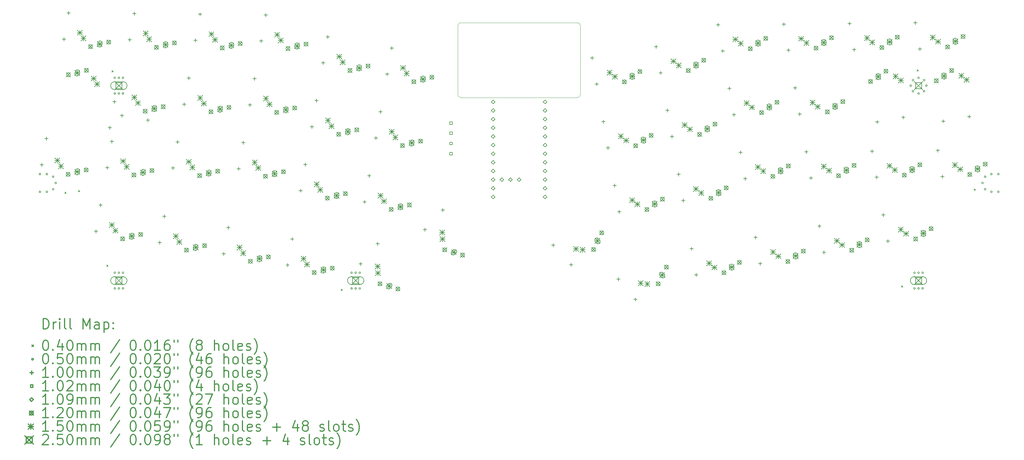
<source format=gbr>
%FSLAX45Y45*%
G04 Gerber Fmt 4.5, Leading zero omitted, Abs format (unit mm)*
G04 Created by KiCad (PCBNEW (5.1.5-0-10_14)) date 2021-08-13 15:04:36*
%MOMM*%
%LPD*%
G04 APERTURE LIST*
%TA.AperFunction,Profile*%
%ADD10C,0.100000*%
%TD*%
%ADD11C,0.200000*%
%ADD12C,0.300000*%
G04 APERTURE END LIST*
D10*
X12957618Y-4741136D02*
X12957618Y-6741136D01*
X16557618Y-6741136D02*
X16557618Y-4741136D01*
X16457618Y-4641136D02*
X13057618Y-4641136D01*
X13057618Y-6841136D02*
X16457618Y-6841136D01*
X12957618Y-4741136D02*
G75*
G02X13057618Y-4641136I100000J0D01*
G01*
X16457618Y-4641136D02*
G75*
G02X16557618Y-4741136I0J-100000D01*
G01*
X16557618Y-6741136D02*
G75*
G02X16457618Y-6841136I-100000J0D01*
G01*
X13057618Y-6841136D02*
G75*
G02X12957618Y-6741136I0J100000D01*
G01*
D11*
X1413000Y-9621000D02*
X1453000Y-9661000D01*
X1453000Y-9621000D02*
X1413000Y-9661000D01*
X1813000Y-9571000D02*
X1853000Y-9611000D01*
X1853000Y-9571000D02*
X1813000Y-9611000D01*
X2647600Y-11766400D02*
X2687600Y-11806400D01*
X2687600Y-11766400D02*
X2647600Y-11806400D01*
X2800000Y-6051400D02*
X2840000Y-6091400D01*
X2840000Y-6051400D02*
X2800000Y-6091400D01*
X9531000Y-12477600D02*
X9571000Y-12517600D01*
X9571000Y-12477600D02*
X9531000Y-12517600D01*
X25990200Y-12376000D02*
X26030200Y-12416000D01*
X26030200Y-12376000D02*
X25990200Y-12416000D01*
X26447400Y-6026000D02*
X26487400Y-6066000D01*
X26487400Y-6026000D02*
X26447400Y-6066000D01*
X28123800Y-9531200D02*
X28163800Y-9571200D01*
X28163800Y-9531200D02*
X28123800Y-9571200D01*
X708462Y-9091131D02*
G75*
G03X708462Y-9091131I-25000J0D01*
G01*
X708462Y-9611131D02*
G75*
G03X708462Y-9611131I-25000J0D01*
G01*
X912666Y-9091131D02*
G75*
G03X912666Y-9091131I-25000J0D01*
G01*
X912666Y-9611131D02*
G75*
G03X912666Y-9611131I-25000J0D01*
G01*
X1096513Y-9167283D02*
G75*
G03X1096513Y-9167283I-25000J0D01*
G01*
X1096513Y-9534979D02*
G75*
G03X1096513Y-9534979I-25000J0D01*
G01*
X1172666Y-9351131D02*
G75*
G03X1172666Y-9351131I-25000J0D01*
G01*
X2907666Y-6259431D02*
G75*
G03X2907666Y-6259431I-25000J0D01*
G01*
X2907666Y-6721131D02*
G75*
G03X2907666Y-6721131I-25000J0D01*
G01*
X2907666Y-11991131D02*
G75*
G03X2907666Y-11991131I-25000J0D01*
G01*
X2907666Y-12451131D02*
G75*
G03X2907666Y-12451131I-25000J0D01*
G01*
X3027666Y-6261131D02*
G75*
G03X3027666Y-6261131I-25000J0D01*
G01*
X3027666Y-6721131D02*
G75*
G03X3027666Y-6721131I-25000J0D01*
G01*
X3027666Y-11991131D02*
G75*
G03X3027666Y-11991131I-25000J0D01*
G01*
X3027666Y-12451131D02*
G75*
G03X3027666Y-12451131I-25000J0D01*
G01*
X3147666Y-6261131D02*
G75*
G03X3147666Y-6261131I-25000J0D01*
G01*
X3147666Y-6721131D02*
G75*
G03X3147666Y-6721131I-25000J0D01*
G01*
X3147666Y-11991131D02*
G75*
G03X3147666Y-11991131I-25000J0D01*
G01*
X3147666Y-12451131D02*
G75*
G03X3147666Y-12451131I-25000J0D01*
G01*
X9862666Y-11991131D02*
G75*
G03X9862666Y-11991131I-25000J0D01*
G01*
X9862666Y-12451131D02*
G75*
G03X9862666Y-12451131I-25000J0D01*
G01*
X9982666Y-11991131D02*
G75*
G03X9982666Y-11991131I-25000J0D01*
G01*
X9982666Y-12451131D02*
G75*
G03X9982666Y-12451131I-25000J0D01*
G01*
X10102666Y-11991131D02*
G75*
G03X10102666Y-11991131I-25000J0D01*
G01*
X10102666Y-12451131D02*
G75*
G03X10102666Y-12451131I-25000J0D01*
G01*
X26282666Y-6491131D02*
G75*
G03X26282666Y-6491131I-25000J0D01*
G01*
X26350031Y-6328496D02*
G75*
G03X26350031Y-6328496I-25000J0D01*
G01*
X26350031Y-6653765D02*
G75*
G03X26350031Y-6653765I-25000J0D01*
G01*
X26392666Y-11991131D02*
G75*
G03X26392666Y-11991131I-25000J0D01*
G01*
X26392666Y-12451131D02*
G75*
G03X26392666Y-12451131I-25000J0D01*
G01*
X26512666Y-6261131D02*
G75*
G03X26512666Y-6261131I-25000J0D01*
G01*
X26512666Y-6721131D02*
G75*
G03X26512666Y-6721131I-25000J0D01*
G01*
X26512666Y-11991131D02*
G75*
G03X26512666Y-11991131I-25000J0D01*
G01*
X26512666Y-12451131D02*
G75*
G03X26512666Y-12451131I-25000J0D01*
G01*
X26632666Y-11991131D02*
G75*
G03X26632666Y-11991131I-25000J0D01*
G01*
X26632666Y-12451131D02*
G75*
G03X26632666Y-12451131I-25000J0D01*
G01*
X26675300Y-6328496D02*
G75*
G03X26675300Y-6328496I-25000J0D01*
G01*
X26675300Y-6653765D02*
G75*
G03X26675300Y-6653765I-25000J0D01*
G01*
X26742666Y-6491131D02*
G75*
G03X26742666Y-6491131I-25000J0D01*
G01*
X28392666Y-9351131D02*
G75*
G03X28392666Y-9351131I-25000J0D01*
G01*
X28468818Y-9167283D02*
G75*
G03X28468818Y-9167283I-25000J0D01*
G01*
X28468818Y-9534979D02*
G75*
G03X28468818Y-9534979I-25000J0D01*
G01*
X28652666Y-9091131D02*
G75*
G03X28652666Y-9091131I-25000J0D01*
G01*
X28652666Y-9611131D02*
G75*
G03X28652666Y-9611131I-25000J0D01*
G01*
X28856869Y-9091131D02*
G75*
G03X28856869Y-9091131I-25000J0D01*
G01*
X28856869Y-9611131D02*
G75*
G03X28856869Y-9611131I-25000J0D01*
G01*
X19825506Y-11234487D02*
X19825506Y-11334487D01*
X19775506Y-11284487D02*
X19875506Y-11284487D01*
X19960952Y-12002637D02*
X19960952Y-12102637D01*
X19910952Y-12052637D02*
X20010952Y-12052637D01*
X10549112Y-7979386D02*
X10549112Y-8079386D01*
X10499112Y-8029386D02*
X10599112Y-8029386D01*
X10684557Y-7211236D02*
X10684557Y-7311236D01*
X10634557Y-7261236D02*
X10734557Y-7261236D01*
X6852128Y-7005110D02*
X6852128Y-7105110D01*
X6802128Y-7055110D02*
X6902128Y-7055110D01*
X6987573Y-6236960D02*
X6987573Y-6336960D01*
X6937573Y-6286960D02*
X7037573Y-6286960D01*
X2659895Y-8847711D02*
X2659895Y-8947711D01*
X2609895Y-8897711D02*
X2709895Y-8897711D01*
X2795341Y-8079561D02*
X2795341Y-8179561D01*
X2745341Y-8129561D02*
X2845341Y-8129561D01*
X19108773Y-7169693D02*
X19108773Y-7269693D01*
X19058773Y-7219693D02*
X19158773Y-7219693D01*
X19244219Y-7937843D02*
X19244219Y-8037843D01*
X19194219Y-7987843D02*
X19294219Y-7987843D01*
X24461283Y-4613912D02*
X24461283Y-4713912D01*
X24411283Y-4663912D02*
X24511283Y-4663912D01*
X24596729Y-5382062D02*
X24596729Y-5482062D01*
X24546729Y-5432062D02*
X24646729Y-5432062D01*
X7957395Y-11715211D02*
X7957395Y-11815211D01*
X7907395Y-11765211D02*
X8007395Y-11765211D01*
X8092841Y-10947061D02*
X8092841Y-11047061D01*
X8042841Y-10997061D02*
X8142841Y-10997061D01*
X4204203Y-11051780D02*
X4204203Y-11151780D01*
X4154203Y-11101780D02*
X4254203Y-11101780D01*
X4339648Y-10283630D02*
X4339648Y-10383630D01*
X4289648Y-10333630D02*
X4389648Y-10333630D01*
X2739895Y-7677711D02*
X2739895Y-7777711D01*
X2689895Y-7727711D02*
X2789895Y-7727711D01*
X2875341Y-6909561D02*
X2875341Y-7009561D01*
X2825341Y-6959561D02*
X2925341Y-6959561D01*
X11989138Y-10673674D02*
X11989138Y-10773674D01*
X11939138Y-10723674D02*
X12039138Y-10723674D01*
X12516098Y-10098598D02*
X12516098Y-10198598D01*
X12466098Y-10148598D02*
X12566098Y-10148598D01*
X737395Y-8767675D02*
X737395Y-8867675D01*
X687395Y-8817675D02*
X787395Y-8817675D01*
X872841Y-7999525D02*
X872841Y-8099525D01*
X822841Y-8049525D02*
X922841Y-8049525D01*
X8673053Y-7648586D02*
X8673053Y-7748586D01*
X8623053Y-7698586D02*
X8723053Y-7698586D01*
X8808499Y-6880436D02*
X8808499Y-6980436D01*
X8758499Y-6930436D02*
X8858499Y-6930436D01*
X4920935Y-6986986D02*
X4920935Y-7086986D01*
X4870935Y-7036986D02*
X4970935Y-7036986D01*
X5056381Y-6218836D02*
X5056381Y-6318836D01*
X5006381Y-6268836D02*
X5106381Y-6268836D01*
X27054895Y-8347061D02*
X27054895Y-8447061D01*
X27004895Y-8397061D02*
X27104895Y-8397061D01*
X27190341Y-9115211D02*
X27190341Y-9215211D01*
X27140341Y-9165211D02*
X27240341Y-9165211D01*
X6080261Y-11382580D02*
X6080261Y-11482580D01*
X6030261Y-11432580D02*
X6130261Y-11432580D01*
X6215707Y-10614430D02*
X6215707Y-10714430D01*
X6165707Y-10664430D02*
X6265707Y-10664430D01*
X2328144Y-10720980D02*
X2328144Y-10820980D01*
X2278144Y-10770980D02*
X2378144Y-10770980D01*
X2463590Y-9952830D02*
X2463590Y-10052830D01*
X2413590Y-10002830D02*
X2513590Y-10002830D01*
X16901915Y-5624434D02*
X16901915Y-5724434D01*
X16851915Y-5674434D02*
X16951915Y-5674434D01*
X17037360Y-6392584D02*
X17037360Y-6492584D01*
X16987360Y-6442584D02*
X17087360Y-6442584D01*
X9003853Y-5772527D02*
X9003853Y-5872527D01*
X8953853Y-5822527D02*
X9053853Y-5822527D01*
X9139299Y-5004377D02*
X9139299Y-5104377D01*
X9089299Y-5054377D02*
X9189299Y-5054377D01*
X5251735Y-5110927D02*
X5251735Y-5210927D01*
X5201735Y-5160927D02*
X5301735Y-5160927D01*
X5387181Y-4342777D02*
X5387181Y-4442777D01*
X5337181Y-4392777D02*
X5437181Y-4392777D01*
X25453682Y-10242088D02*
X25453682Y-10342088D01*
X25403682Y-10292088D02*
X25503682Y-10292088D01*
X25589128Y-11010238D02*
X25589128Y-11110238D01*
X25539128Y-11060238D02*
X25639128Y-11060238D01*
X25122883Y-8366029D02*
X25122883Y-8466029D01*
X25072883Y-8416029D02*
X25172883Y-8416029D01*
X25258328Y-9134179D02*
X25258328Y-9234179D01*
X25208328Y-9184179D02*
X25308328Y-9184179D01*
X21260498Y-8402276D02*
X21260498Y-8502276D01*
X21210498Y-8452276D02*
X21310498Y-8452276D01*
X21395944Y-9170426D02*
X21395944Y-9270426D01*
X21345944Y-9220426D02*
X21445944Y-9220426D01*
X17563514Y-9376552D02*
X17563514Y-9476552D01*
X17513514Y-9426552D02*
X17613514Y-9426552D01*
X17698960Y-10144702D02*
X17698960Y-10244702D01*
X17648960Y-10194702D02*
X17748960Y-10194702D01*
X3320543Y-5092805D02*
X3320543Y-5192805D01*
X3270543Y-5142805D02*
X3370543Y-5142805D01*
X3455989Y-4324655D02*
X3455989Y-4424655D01*
X3405989Y-4374655D02*
X3505989Y-4374655D01*
X27211416Y-7484548D02*
X27211416Y-7584548D01*
X27161416Y-7534548D02*
X27261416Y-7534548D01*
X27979566Y-7349102D02*
X27979566Y-7449102D01*
X27929566Y-7399102D02*
X28029566Y-7399102D01*
X22860891Y-6508094D02*
X22860891Y-6608094D01*
X22810891Y-6558094D02*
X22910891Y-6558094D01*
X22996336Y-7276244D02*
X22996336Y-7376244D01*
X22946336Y-7326244D02*
X23046336Y-7326244D01*
X18777974Y-5293635D02*
X18777974Y-5393635D01*
X18727974Y-5343635D02*
X18827974Y-5343635D01*
X18913419Y-6061784D02*
X18913419Y-6161784D01*
X18863419Y-6111784D02*
X18963419Y-6111784D01*
X23577624Y-10572888D02*
X23577624Y-10672888D01*
X23527624Y-10622888D02*
X23627624Y-10622888D01*
X23713069Y-11341038D02*
X23713069Y-11441038D01*
X23663069Y-11391038D02*
X23763069Y-11391038D01*
X10879912Y-6103327D02*
X10879912Y-6203327D01*
X10829912Y-6153327D02*
X10929912Y-6153327D01*
X11015357Y-5335177D02*
X11015357Y-5435177D01*
X10965357Y-5385177D02*
X11065357Y-5385177D01*
X7182927Y-5129051D02*
X7182927Y-5229051D01*
X7132927Y-5179051D02*
X7232927Y-5179051D01*
X7318373Y-4360901D02*
X7318373Y-4460901D01*
X7268373Y-4410901D02*
X7368373Y-4410901D01*
X10218312Y-9855444D02*
X10218312Y-9955444D01*
X10168312Y-9905444D02*
X10268312Y-9905444D01*
X10353758Y-9087294D02*
X10353758Y-9187294D01*
X10303758Y-9137294D02*
X10403758Y-9137294D01*
X6521328Y-8881168D02*
X6521328Y-8981168D01*
X6471328Y-8931168D02*
X6571328Y-8931168D01*
X6656773Y-8113018D02*
X6656773Y-8213018D01*
X6606773Y-8163018D02*
X6706773Y-8163018D01*
X20598899Y-4650158D02*
X20598899Y-4750158D01*
X20548899Y-4700158D02*
X20648899Y-4700158D01*
X20734345Y-5418308D02*
X20734345Y-5518308D01*
X20684345Y-5468308D02*
X20784345Y-5468308D01*
X21701565Y-10903687D02*
X21701565Y-11003687D01*
X21651565Y-10953687D02*
X21751565Y-10953687D01*
X21837011Y-11671837D02*
X21837011Y-11771837D01*
X21787011Y-11721837D02*
X21887011Y-11721837D01*
X17669431Y-12127379D02*
X17669431Y-12227379D01*
X17619431Y-12177379D02*
X17719431Y-12177379D01*
X18170805Y-12724893D02*
X18170805Y-12824893D01*
X18120805Y-12774893D02*
X18220805Y-12774893D01*
X26392475Y-4595788D02*
X26392475Y-4695788D01*
X26342475Y-4645788D02*
X26442475Y-4645788D01*
X26527921Y-5363938D02*
X26527921Y-5463938D01*
X26477921Y-5413938D02*
X26577921Y-5413938D01*
X22530091Y-4632035D02*
X22530091Y-4732035D01*
X22480091Y-4682035D02*
X22580091Y-4682035D01*
X22665536Y-5400185D02*
X22665536Y-5500185D01*
X22615536Y-5450185D02*
X22715536Y-5450185D01*
X23191691Y-8384153D02*
X23191691Y-8484153D01*
X23141691Y-8434153D02*
X23241691Y-8434153D01*
X23327136Y-9152303D02*
X23327136Y-9252303D01*
X23277136Y-9202303D02*
X23377136Y-9202303D01*
X19439573Y-9045752D02*
X19439573Y-9145752D01*
X19389573Y-9095752D02*
X19489573Y-9095752D01*
X19575019Y-9813902D02*
X19575019Y-9913902D01*
X19525019Y-9863902D02*
X19625019Y-9863902D01*
X20929699Y-6526217D02*
X20929699Y-6626217D01*
X20879699Y-6576217D02*
X20979699Y-6576217D01*
X21065144Y-7294367D02*
X21065144Y-7394367D01*
X21015144Y-7344367D02*
X21115144Y-7344367D01*
X3091043Y-7318413D02*
X3091043Y-7418413D01*
X3041043Y-7368413D02*
X3141043Y-7368413D01*
X3859193Y-7453859D02*
X3859193Y-7553859D01*
X3809193Y-7503859D02*
X3909193Y-7503859D01*
X17232714Y-7500493D02*
X17232714Y-7600493D01*
X17182714Y-7550493D02*
X17282714Y-7550493D01*
X17368160Y-8268643D02*
X17368160Y-8368643D01*
X17318160Y-8318643D02*
X17418160Y-8318643D01*
X1389351Y-5074681D02*
X1389351Y-5174681D01*
X1339351Y-5124681D02*
X1439351Y-5124681D01*
X1524797Y-4306531D02*
X1524797Y-4406531D01*
X1474797Y-4356531D02*
X1574797Y-4356531D01*
X4590136Y-8863045D02*
X4590136Y-8963045D01*
X4540136Y-8913045D02*
X4640136Y-8913045D01*
X4725581Y-8094895D02*
X4725581Y-8194895D01*
X4675581Y-8144895D02*
X4775581Y-8144895D01*
X25273543Y-7508859D02*
X25273543Y-7608859D01*
X25223543Y-7558859D02*
X25323543Y-7558859D01*
X26041693Y-7373413D02*
X26041693Y-7473413D01*
X25991693Y-7423413D02*
X26091693Y-7423413D01*
X15756638Y-11131098D02*
X15756638Y-11231097D01*
X15706638Y-11181098D02*
X15806638Y-11181098D01*
X16283598Y-11706174D02*
X16283598Y-11806174D01*
X16233598Y-11756174D02*
X16333598Y-11756174D01*
X10101931Y-11682393D02*
X10101931Y-11782393D01*
X10051931Y-11732393D02*
X10151931Y-11732393D01*
X10603305Y-11084879D02*
X10603305Y-11184879D01*
X10553305Y-11134879D02*
X10653305Y-11134879D01*
X8342253Y-9524645D02*
X8342253Y-9624645D01*
X8292253Y-9574645D02*
X8392254Y-9574645D01*
X8477699Y-8756495D02*
X8477699Y-8856495D01*
X8427699Y-8806495D02*
X8527699Y-8806495D01*
X12793833Y-8227497D02*
X12793833Y-8155654D01*
X12721990Y-8155654D01*
X12721990Y-8227497D01*
X12793833Y-8227497D01*
X12793833Y-8527497D02*
X12793833Y-8455654D01*
X12721990Y-8455654D01*
X12721990Y-8527497D01*
X12793833Y-8527497D01*
X12793833Y-7627497D02*
X12793833Y-7555654D01*
X12721990Y-7555654D01*
X12721990Y-7627497D01*
X12793833Y-7627497D01*
X12793833Y-7927497D02*
X12793833Y-7855654D01*
X12721990Y-7855654D01*
X12721990Y-7927497D01*
X12793833Y-7927497D01*
X13995618Y-7023746D02*
X14050228Y-6969136D01*
X13995618Y-6914526D01*
X13941008Y-6969136D01*
X13995618Y-7023746D01*
X13995618Y-7277746D02*
X14050228Y-7223136D01*
X13995618Y-7168526D01*
X13941008Y-7223136D01*
X13995618Y-7277746D01*
X13995618Y-7531746D02*
X14050228Y-7477136D01*
X13995618Y-7422526D01*
X13941008Y-7477136D01*
X13995618Y-7531746D01*
X13995618Y-7785746D02*
X14050228Y-7731136D01*
X13995618Y-7676526D01*
X13941008Y-7731136D01*
X13995618Y-7785746D01*
X13995618Y-8039746D02*
X14050228Y-7985136D01*
X13995618Y-7930526D01*
X13941008Y-7985136D01*
X13995618Y-8039746D01*
X13995618Y-8293746D02*
X14050228Y-8239136D01*
X13995618Y-8184526D01*
X13941008Y-8239136D01*
X13995618Y-8293746D01*
X13995618Y-8547746D02*
X14050228Y-8493136D01*
X13995618Y-8438526D01*
X13941008Y-8493136D01*
X13995618Y-8547746D01*
X13995618Y-8801746D02*
X14050228Y-8747136D01*
X13995618Y-8692526D01*
X13941008Y-8747136D01*
X13995618Y-8801746D01*
X13995618Y-9055746D02*
X14050228Y-9001136D01*
X13995618Y-8946526D01*
X13941008Y-9001136D01*
X13995618Y-9055746D01*
X13995618Y-9309746D02*
X14050228Y-9255136D01*
X13995618Y-9200526D01*
X13941008Y-9255136D01*
X13995618Y-9309746D01*
X13995618Y-9563746D02*
X14050228Y-9509136D01*
X13995618Y-9454526D01*
X13941008Y-9509136D01*
X13995618Y-9563746D01*
X13995618Y-9817746D02*
X14050228Y-9763136D01*
X13995618Y-9708526D01*
X13941008Y-9763136D01*
X13995618Y-9817746D01*
X14249618Y-9309746D02*
X14304228Y-9255136D01*
X14249618Y-9200526D01*
X14195008Y-9255136D01*
X14249618Y-9309746D01*
X14503618Y-9309746D02*
X14558228Y-9255136D01*
X14503618Y-9200526D01*
X14449008Y-9255136D01*
X14503618Y-9309746D01*
X14757618Y-9309746D02*
X14812228Y-9255136D01*
X14757618Y-9200526D01*
X14703008Y-9255136D01*
X14757618Y-9309746D01*
X15519618Y-7023746D02*
X15574228Y-6969136D01*
X15519618Y-6914526D01*
X15465008Y-6969136D01*
X15519618Y-7023746D01*
X15519618Y-7277746D02*
X15574228Y-7223136D01*
X15519618Y-7168526D01*
X15465008Y-7223136D01*
X15519618Y-7277746D01*
X15519618Y-7531746D02*
X15574228Y-7477136D01*
X15519618Y-7422526D01*
X15465008Y-7477136D01*
X15519618Y-7531746D01*
X15519618Y-7785746D02*
X15574228Y-7731136D01*
X15519618Y-7676526D01*
X15465008Y-7731136D01*
X15519618Y-7785746D01*
X15519618Y-8039746D02*
X15574228Y-7985136D01*
X15519618Y-7930526D01*
X15465008Y-7985136D01*
X15519618Y-8039746D01*
X15519618Y-8293746D02*
X15574228Y-8239136D01*
X15519618Y-8184526D01*
X15465008Y-8239136D01*
X15519618Y-8293746D01*
X15519618Y-8547746D02*
X15574228Y-8493136D01*
X15519618Y-8438526D01*
X15465008Y-8493136D01*
X15519618Y-8547746D01*
X15519618Y-8801746D02*
X15574228Y-8747136D01*
X15519618Y-8692526D01*
X15465008Y-8747136D01*
X15519618Y-8801746D01*
X15519618Y-9055746D02*
X15574228Y-9001136D01*
X15519618Y-8946526D01*
X15465008Y-9001136D01*
X15519618Y-9055746D01*
X15519618Y-9309746D02*
X15574228Y-9255136D01*
X15519618Y-9200526D01*
X15465008Y-9255136D01*
X15519618Y-9309746D01*
X15519618Y-9563746D02*
X15574228Y-9509136D01*
X15519618Y-9454526D01*
X15465008Y-9509136D01*
X15519618Y-9563746D01*
X15519618Y-9817746D02*
X15574228Y-9763136D01*
X15519618Y-9708526D01*
X15465008Y-9763136D01*
X15519618Y-9817746D01*
X6805412Y-11594530D02*
X6925412Y-11714530D01*
X6925412Y-11594530D02*
X6805412Y-11714530D01*
X6925412Y-11654530D02*
G75*
G03X6925412Y-11654530I-60000J0D01*
G01*
X7336018Y-11464696D02*
X7456018Y-11584696D01*
X7456018Y-11464696D02*
X7336018Y-11584696D01*
X7456018Y-11524696D02*
G75*
G03X7456018Y-11524696I-60000J0D01*
G01*
X7246478Y-9093118D02*
X7366478Y-9213118D01*
X7366478Y-9093118D02*
X7246478Y-9213118D01*
X7366478Y-9153118D02*
G75*
G03X7366478Y-9153118I-60000J0D01*
G01*
X7777084Y-8963284D02*
X7897084Y-9083284D01*
X7897084Y-8963284D02*
X7777084Y-9083284D01*
X7897084Y-9023284D02*
G75*
G03X7897084Y-9023284I-60000J0D01*
G01*
X26011178Y-9061129D02*
X26131178Y-9181129D01*
X26131178Y-9061129D02*
X26011178Y-9181129D01*
X26131178Y-9121129D02*
G75*
G03X26131178Y-9121129I-60000J0D01*
G01*
X26465379Y-8757647D02*
X26585379Y-8877647D01*
X26585379Y-8757647D02*
X26465379Y-8877647D01*
X26585379Y-8817647D02*
G75*
G03X26585379Y-8817647I-60000J0D01*
G01*
X23418386Y-5327135D02*
X23538386Y-5447135D01*
X23538386Y-5327135D02*
X23418386Y-5447135D01*
X23538386Y-5387135D02*
G75*
G03X23538386Y-5387135I-60000J0D01*
G01*
X23872587Y-5023653D02*
X23992587Y-5143653D01*
X23992587Y-5023653D02*
X23872587Y-5143653D01*
X23992587Y-5083653D02*
G75*
G03X23992587Y-5083653I-60000J0D01*
G01*
X16883272Y-11248163D02*
X17003272Y-11368163D01*
X17003272Y-11248163D02*
X16883272Y-11368163D01*
X17003272Y-11308163D02*
G75*
G03X17003272Y-11308163I-60000J0D01*
G01*
X17124881Y-10758239D02*
X17244881Y-10878239D01*
X17244881Y-10758239D02*
X17124881Y-10878239D01*
X17244881Y-10818239D02*
G75*
G03X17244881Y-10818239I-60000J0D01*
G01*
X25349578Y-5309011D02*
X25469578Y-5429011D01*
X25469578Y-5309011D02*
X25349578Y-5429011D01*
X25469578Y-5369011D02*
G75*
G03X25469578Y-5369011I-60000J0D01*
G01*
X25803779Y-5005530D02*
X25923779Y-5125530D01*
X25923779Y-5005530D02*
X25803779Y-5125530D01*
X25923779Y-5065530D02*
G75*
G03X25923779Y-5065530I-60000J0D01*
G01*
X1452902Y-9038748D02*
X1572902Y-9158748D01*
X1572902Y-9038748D02*
X1452902Y-9158748D01*
X1572902Y-9098748D02*
G75*
G03X1572902Y-9098748I-60000J0D01*
G01*
X1983508Y-8908914D02*
X2103509Y-9028914D01*
X2103509Y-8908914D02*
X1983508Y-9028914D01*
X2103509Y-8968914D02*
G75*
G03X2103509Y-8968914I-60000J0D01*
G01*
X27932189Y-9041885D02*
X28052189Y-9161885D01*
X28052189Y-9041885D02*
X27932189Y-9161885D01*
X28052189Y-9101885D02*
G75*
G03X28052189Y-9101885I-60000J0D01*
G01*
X28386390Y-8738403D02*
X28506390Y-8858403D01*
X28506390Y-8738403D02*
X28386390Y-8858403D01*
X28506390Y-8798403D02*
G75*
G03X28506390Y-8798403I-60000J0D01*
G01*
X21487194Y-5345258D02*
X21607194Y-5465258D01*
X21607194Y-5345258D02*
X21487194Y-5465258D01*
X21607194Y-5405258D02*
G75*
G03X21607194Y-5405258I-60000J0D01*
G01*
X21941395Y-5041776D02*
X22061395Y-5161776D01*
X22061395Y-5041776D02*
X21941395Y-5161776D01*
X22061395Y-5101776D02*
G75*
G03X22061395Y-5101776I-60000J0D01*
G01*
X19666269Y-5988734D02*
X19786269Y-6108734D01*
X19786269Y-5988734D02*
X19666269Y-6108734D01*
X19786269Y-6048734D02*
G75*
G03X19786269Y-6048734I-60000J0D01*
G01*
X20120470Y-5685252D02*
X20240470Y-5805252D01*
X20240470Y-5685252D02*
X20120470Y-5805252D01*
X20240470Y-5745252D02*
G75*
G03X20240470Y-5745252I-60000J0D01*
G01*
X17790210Y-6319534D02*
X17910210Y-6439534D01*
X17910210Y-6319534D02*
X17790210Y-6439534D01*
X17910210Y-6379534D02*
G75*
G03X17910210Y-6379534I-60000J0D01*
G01*
X18244411Y-6016052D02*
X18364411Y-6136052D01*
X18364411Y-6016052D02*
X18244411Y-6136052D01*
X18364411Y-6076052D02*
G75*
G03X18364411Y-6076052I-60000J0D01*
G01*
X26341977Y-10937188D02*
X26461977Y-11057188D01*
X26461977Y-10937188D02*
X26341977Y-11057188D01*
X26461977Y-10997188D02*
G75*
G03X26461977Y-10997188I-60000J0D01*
G01*
X26796179Y-10633706D02*
X26916179Y-10753706D01*
X26916179Y-10633706D02*
X26796179Y-10753706D01*
X26916179Y-10693706D02*
G75*
G03X26916179Y-10693706I-60000J0D01*
G01*
X23749186Y-7203193D02*
X23869186Y-7323193D01*
X23869186Y-7203193D02*
X23749186Y-7323193D01*
X23869186Y-7263193D02*
G75*
G03X23869186Y-7263193I-60000J0D01*
G01*
X24203387Y-6899711D02*
X24323387Y-7019711D01*
X24323387Y-6899711D02*
X24203387Y-7019711D01*
X24323387Y-6959711D02*
G75*
G03X24323387Y-6959711I-60000J0D01*
G01*
X27280770Y-5290888D02*
X27400770Y-5410888D01*
X27400770Y-5290888D02*
X27280770Y-5410888D01*
X27400770Y-5350888D02*
G75*
G03X27400770Y-5350888I-60000J0D01*
G01*
X27734971Y-4987406D02*
X27854971Y-5107406D01*
X27854971Y-4987406D02*
X27734971Y-5107406D01*
X27854971Y-5047406D02*
G75*
G03X27854971Y-5047406I-60000J0D01*
G01*
X26948991Y-6288659D02*
X27068991Y-6408659D01*
X27068991Y-6288659D02*
X26948991Y-6408659D01*
X27068991Y-6348659D02*
G75*
G03X27068991Y-6348659I-60000J0D01*
G01*
X27403192Y-5985177D02*
X27523192Y-6105177D01*
X27523192Y-5985177D02*
X27403192Y-6105177D01*
X27523192Y-6045177D02*
G75*
G03X27523192Y-6045177I-60000J0D01*
G01*
X10611967Y-12254442D02*
X10731967Y-12374442D01*
X10731967Y-12254442D02*
X10611967Y-12374442D01*
X10731967Y-12314442D02*
G75*
G03X10731967Y-12314442I-60000J0D01*
G01*
X11136402Y-12407306D02*
X11256402Y-12527306D01*
X11256402Y-12407306D02*
X11136402Y-12527306D01*
X11256402Y-12467306D02*
G75*
G03X11256402Y-12467306I-60000J0D01*
G01*
X7577278Y-7217059D02*
X7697278Y-7337059D01*
X7697278Y-7217059D02*
X7577278Y-7337059D01*
X7697278Y-7277059D02*
G75*
G03X7697278Y-7277059I-60000J0D01*
G01*
X8107884Y-7087226D02*
X8227884Y-7207226D01*
X8227884Y-7087226D02*
X8107884Y-7207226D01*
X8227884Y-7147226D02*
G75*
G03X8227884Y-7147226I-60000J0D01*
G01*
X1461473Y-6110753D02*
X1581473Y-6230753D01*
X1581473Y-6110753D02*
X1461473Y-6230753D01*
X1581473Y-6170753D02*
G75*
G03X1581473Y-6170753I-60000J0D01*
G01*
X1992080Y-5980920D02*
X2112080Y-6100920D01*
X2112080Y-5980920D02*
X1992080Y-6100920D01*
X2112080Y-6040920D02*
G75*
G03X2112080Y-6040920I-60000J0D01*
G01*
X5976886Y-5322877D02*
X6096886Y-5442877D01*
X6096886Y-5322877D02*
X5976886Y-5442877D01*
X6096886Y-5382877D02*
G75*
G03X6096886Y-5382877I-60000J0D01*
G01*
X6507492Y-5193043D02*
X6627492Y-5313043D01*
X6627492Y-5193043D02*
X6507492Y-5313043D01*
X6627492Y-5253043D02*
G75*
G03X6627492Y-5253043I-60000J0D01*
G01*
X12511971Y-11257809D02*
X12631971Y-11377809D01*
X12631971Y-11257809D02*
X12511971Y-11377809D01*
X12631971Y-11317809D02*
G75*
G03X12631971Y-11317809I-60000J0D01*
G01*
X13036407Y-11410673D02*
X13156407Y-11530673D01*
X13156407Y-11410673D02*
X13036407Y-11530673D01*
X13156407Y-11470673D02*
G75*
G03X13156407Y-11470673I-60000J0D01*
G01*
X5646086Y-7198935D02*
X5766086Y-7318935D01*
X5766086Y-7198935D02*
X5646086Y-7318935D01*
X5766086Y-7258935D02*
G75*
G03X5766086Y-7258935I-60000J0D01*
G01*
X6176693Y-7069102D02*
X6296693Y-7189102D01*
X6296693Y-7069102D02*
X6176693Y-7189102D01*
X6296693Y-7129102D02*
G75*
G03X6296693Y-7129102I-60000J0D01*
G01*
X4929353Y-11263730D02*
X5049353Y-11383730D01*
X5049353Y-11263730D02*
X4929353Y-11383730D01*
X5049353Y-11323730D02*
G75*
G03X5049353Y-11323730I-60000J0D01*
G01*
X5459959Y-11133896D02*
X5579959Y-11253896D01*
X5579959Y-11133896D02*
X5459959Y-11253896D01*
X5579959Y-11193896D02*
G75*
G03X5579959Y-11193896I-60000J0D01*
G01*
X2113429Y-5282021D02*
X2233429Y-5402021D01*
X2233429Y-5282021D02*
X2113429Y-5402021D01*
X2233429Y-5342021D02*
G75*
G03X2233429Y-5342021I-60000J0D01*
G01*
X2644036Y-5152187D02*
X2764036Y-5272187D01*
X2764036Y-5152187D02*
X2644036Y-5272187D01*
X2764036Y-5212187D02*
G75*
G03X2764036Y-5212187I-60000J0D01*
G01*
X22589860Y-11598787D02*
X22709860Y-11718787D01*
X22709860Y-11598787D02*
X22589860Y-11718787D01*
X22709860Y-11658787D02*
G75*
G03X22709860Y-11658787I-60000J0D01*
G01*
X23044061Y-11295305D02*
X23164061Y-11415305D01*
X23164061Y-11295305D02*
X23044061Y-11415305D01*
X23164061Y-11355305D02*
G75*
G03X23164061Y-11355305I-60000J0D01*
G01*
X25017799Y-6306782D02*
X25137799Y-6426782D01*
X25137799Y-6306782D02*
X25017799Y-6426782D01*
X25137799Y-6366782D02*
G75*
G03X25137799Y-6366782I-60000J0D01*
G01*
X25472000Y-6003300D02*
X25592000Y-6123300D01*
X25592000Y-6003300D02*
X25472000Y-6123300D01*
X25592000Y-6063300D02*
G75*
G03X25592000Y-6063300I-60000J0D01*
G01*
X24465919Y-11267987D02*
X24585919Y-11387987D01*
X24585919Y-11267987D02*
X24465919Y-11387987D01*
X24585919Y-11327987D02*
G75*
G03X24585919Y-11327987I-60000J0D01*
G01*
X24920120Y-10964505D02*
X25040120Y-11084505D01*
X25040120Y-10964505D02*
X24920120Y-11084505D01*
X25040120Y-11024505D02*
G75*
G03X25040120Y-11024505I-60000J0D01*
G01*
X20713801Y-11929587D02*
X20833801Y-12049587D01*
X20833801Y-11929587D02*
X20713801Y-12049587D01*
X20833801Y-11989587D02*
G75*
G03X20833801Y-11989587I-60000J0D01*
G01*
X21168003Y-11626105D02*
X21288003Y-11746105D01*
X21288003Y-11626105D02*
X21168003Y-11746105D01*
X21288003Y-11686105D02*
G75*
G03X21288003Y-11686105I-60000J0D01*
G01*
X19997068Y-7864793D02*
X20117068Y-7984793D01*
X20117068Y-7864793D02*
X19997068Y-7984793D01*
X20117068Y-7924793D02*
G75*
G03X20117068Y-7924793I-60000J0D01*
G01*
X20451270Y-7561311D02*
X20571270Y-7681311D01*
X20571270Y-7561311D02*
X20451270Y-7681311D01*
X20571270Y-7621311D02*
G75*
G03X20571270Y-7621311I-60000J0D01*
G01*
X9067404Y-9736594D02*
X9187404Y-9856594D01*
X9187404Y-9736594D02*
X9067404Y-9856594D01*
X9187404Y-9796594D02*
G75*
G03X9187404Y-9796594I-60000J0D01*
G01*
X9598010Y-9606760D02*
X9718010Y-9726760D01*
X9718010Y-9606760D02*
X9598010Y-9726760D01*
X9718010Y-9666760D02*
G75*
G03X9718010Y-9666760I-60000J0D01*
G01*
X11605062Y-6315276D02*
X11725062Y-6435276D01*
X11725062Y-6315276D02*
X11605062Y-6435276D01*
X11725062Y-6375276D02*
G75*
G03X11725062Y-6375276I-60000J0D01*
G01*
X12135669Y-6185442D02*
X12255669Y-6305442D01*
X12255669Y-6185442D02*
X12135669Y-6305442D01*
X12255669Y-6245442D02*
G75*
G03X12255669Y-6245442I-60000J0D01*
G01*
X9729003Y-5984476D02*
X9849003Y-6104476D01*
X9849003Y-5984476D02*
X9729003Y-6104476D01*
X9849003Y-6044476D02*
G75*
G03X9849003Y-6044476I-60000J0D01*
G01*
X10259610Y-5854643D02*
X10379610Y-5974643D01*
X10379610Y-5854643D02*
X10259610Y-5974643D01*
X10379610Y-5914643D02*
G75*
G03X10379610Y-5914643I-60000J0D01*
G01*
X5315286Y-9074995D02*
X5435286Y-9194995D01*
X5435286Y-9074995D02*
X5315286Y-9194995D01*
X5435286Y-9134995D02*
G75*
G03X5435286Y-9134995I-60000J0D01*
G01*
X5845893Y-8945161D02*
X5965893Y-9065161D01*
X5965893Y-8945161D02*
X5845893Y-9065161D01*
X5965893Y-9005161D02*
G75*
G03X5965893Y-9005161I-60000J0D01*
G01*
X18121010Y-8195592D02*
X18241010Y-8315592D01*
X18241010Y-8195592D02*
X18121010Y-8315592D01*
X18241010Y-8255592D02*
G75*
G03X18241010Y-8255592I-60000J0D01*
G01*
X18575211Y-7892111D02*
X18695211Y-8012111D01*
X18695211Y-7892111D02*
X18575211Y-8012111D01*
X18695211Y-7952111D02*
G75*
G03X18695211Y-7952111I-60000J0D01*
G01*
X18783313Y-12254643D02*
X18903313Y-12374643D01*
X18903313Y-12254643D02*
X18783313Y-12374643D01*
X18903313Y-12314643D02*
G75*
G03X18903313Y-12314643I-60000J0D01*
G01*
X19024922Y-11764720D02*
X19144922Y-11884720D01*
X19144922Y-11764720D02*
X19024922Y-11884720D01*
X19144922Y-11824720D02*
G75*
G03X19144922Y-11824720I-60000J0D01*
G01*
X22148794Y-9097375D02*
X22268794Y-9217375D01*
X22268794Y-9097375D02*
X22148794Y-9217375D01*
X22268794Y-9157375D02*
G75*
G03X22268794Y-9157375I-60000J0D01*
G01*
X22602995Y-8793894D02*
X22722995Y-8913894D01*
X22722995Y-8793894D02*
X22602995Y-8913894D01*
X22722995Y-8853894D02*
G75*
G03X22722995Y-8853894I-60000J0D01*
G01*
X3384094Y-9056871D02*
X3504094Y-9176871D01*
X3504094Y-9056871D02*
X3384094Y-9176871D01*
X3504094Y-9116871D02*
G75*
G03X3504094Y-9116871I-60000J0D01*
G01*
X3914700Y-8927038D02*
X4034700Y-9047038D01*
X4034700Y-8927038D02*
X3914700Y-9047038D01*
X4034700Y-8987038D02*
G75*
G03X4034700Y-8987038I-60000J0D01*
G01*
X4045693Y-5304754D02*
X4165693Y-5424754D01*
X4165693Y-5304754D02*
X4045693Y-5424754D01*
X4165693Y-5364754D02*
G75*
G03X4165693Y-5364754I-60000J0D01*
G01*
X4576300Y-5174920D02*
X4696300Y-5294920D01*
X4696300Y-5174920D02*
X4576300Y-5294920D01*
X4696300Y-5234920D02*
G75*
G03X4696300Y-5234920I-60000J0D01*
G01*
X24079985Y-9079252D02*
X24199985Y-9199252D01*
X24199985Y-9079252D02*
X24079985Y-9199252D01*
X24199985Y-9139252D02*
G75*
G03X24199985Y-9139252I-60000J0D01*
G01*
X24534187Y-8775770D02*
X24654187Y-8895770D01*
X24654187Y-8775770D02*
X24534187Y-8895770D01*
X24654187Y-8835770D02*
G75*
G03X24654187Y-8835770I-60000J0D01*
G01*
X21817994Y-7221316D02*
X21937994Y-7341316D01*
X21937994Y-7221316D02*
X21817994Y-7341316D01*
X21937994Y-7281316D02*
G75*
G03X21937994Y-7281316I-60000J0D01*
G01*
X22272195Y-6917835D02*
X22392195Y-7037835D01*
X22392195Y-6917835D02*
X22272195Y-7037835D01*
X22392195Y-6977835D02*
G75*
G03X22392195Y-6977835I-60000J0D01*
G01*
X3714894Y-7180812D02*
X3834894Y-7300812D01*
X3834894Y-7180812D02*
X3714894Y-7300812D01*
X3834894Y-7240812D02*
G75*
G03X3834894Y-7240812I-60000J0D01*
G01*
X4245500Y-7050979D02*
X4365500Y-7170979D01*
X4365500Y-7050979D02*
X4245500Y-7170979D01*
X4365500Y-7110979D02*
G75*
G03X4365500Y-7110979I-60000J0D01*
G01*
X9398204Y-7860535D02*
X9518204Y-7980535D01*
X9518204Y-7860535D02*
X9398204Y-7980535D01*
X9518204Y-7920535D02*
G75*
G03X9518204Y-7920535I-60000J0D01*
G01*
X9928810Y-7730701D02*
X10048810Y-7850701D01*
X10048810Y-7730701D02*
X9928810Y-7850701D01*
X10048810Y-7790701D02*
G75*
G03X10048810Y-7790701I-60000J0D01*
G01*
X20327868Y-9740851D02*
X20447868Y-9860851D01*
X20447868Y-9740851D02*
X20327868Y-9860851D01*
X20447868Y-9800851D02*
G75*
G03X20447868Y-9800851I-60000J0D01*
G01*
X20782070Y-9437370D02*
X20902070Y-9557370D01*
X20902070Y-9437370D02*
X20782070Y-9557370D01*
X20902070Y-9497370D02*
G75*
G03X20902070Y-9497370I-60000J0D01*
G01*
X8681471Y-11925329D02*
X8801471Y-12045329D01*
X8801471Y-11925329D02*
X8681471Y-12045329D01*
X8801471Y-11985329D02*
G75*
G03X8801471Y-11985329I-60000J0D01*
G01*
X9212077Y-11795496D02*
X9332077Y-11915496D01*
X9332077Y-11795496D02*
X9212077Y-11915496D01*
X9332077Y-11855496D02*
G75*
G03X9332077Y-11855496I-60000J0D01*
G01*
X11274262Y-8191335D02*
X11394262Y-8311335D01*
X11394262Y-8191335D02*
X11274262Y-8311335D01*
X11394262Y-8251335D02*
G75*
G03X11394262Y-8251335I-60000J0D01*
G01*
X11804869Y-8061501D02*
X11924869Y-8181501D01*
X11924869Y-8061501D02*
X11804869Y-8181501D01*
X11924869Y-8121501D02*
G75*
G03X11924869Y-8121501I-60000J0D01*
G01*
X3053294Y-10932930D02*
X3173294Y-11052930D01*
X3173294Y-10932930D02*
X3053294Y-11052930D01*
X3173294Y-10992930D02*
G75*
G03X3173294Y-10992930I-60000J0D01*
G01*
X3583901Y-10803096D02*
X3703901Y-10923096D01*
X3703901Y-10803096D02*
X3583901Y-10923096D01*
X3703901Y-10863096D02*
G75*
G03X3703901Y-10863096I-60000J0D01*
G01*
X18451809Y-10071651D02*
X18571809Y-10191651D01*
X18571809Y-10071651D02*
X18451809Y-10191651D01*
X18571809Y-10131651D02*
G75*
G03X18571809Y-10131651I-60000J0D01*
G01*
X18906011Y-9768170D02*
X19026011Y-9888170D01*
X19026011Y-9768170D02*
X18906011Y-9888170D01*
X19026011Y-9828170D02*
G75*
G03X19026011Y-9828170I-60000J0D01*
G01*
X10943462Y-10067394D02*
X11063462Y-10187394D01*
X11063462Y-10067394D02*
X10943462Y-10187394D01*
X11063462Y-10127394D02*
G75*
G03X11063462Y-10127394I-60000J0D01*
G01*
X11474069Y-9937560D02*
X11594069Y-10057560D01*
X11594069Y-9937560D02*
X11474069Y-10057560D01*
X11594069Y-9997560D02*
G75*
G03X11594069Y-9997560I-60000J0D01*
G01*
X7908078Y-5341000D02*
X8028078Y-5461000D01*
X8028078Y-5341000D02*
X7908078Y-5461000D01*
X8028078Y-5401000D02*
G75*
G03X8028078Y-5401000I-60000J0D01*
G01*
X8438684Y-5211167D02*
X8558684Y-5331167D01*
X8558684Y-5211167D02*
X8438684Y-5331167D01*
X8558684Y-5271167D02*
G75*
G03X8558684Y-5271167I-60000J0D01*
G01*
X27481895Y-8752301D02*
X27631895Y-8902301D01*
X27631895Y-8752301D02*
X27481895Y-8902301D01*
X27556895Y-8752301D02*
X27556895Y-8902301D01*
X27481895Y-8827301D02*
X27631895Y-8827301D01*
X27636257Y-8873335D02*
X27786257Y-9023335D01*
X27786257Y-8873335D02*
X27636257Y-9023335D01*
X27711257Y-8873335D02*
X27711257Y-9023335D01*
X27636257Y-8948335D02*
X27786257Y-8948335D01*
X28144349Y-8863964D02*
X28294349Y-9013964D01*
X28294349Y-8863964D02*
X28144349Y-9013964D01*
X28219349Y-8863964D02*
X28219349Y-9013964D01*
X28144349Y-8938964D02*
X28294349Y-8938964D01*
X28151635Y-8917035D02*
X28157799Y-8974707D01*
X28280899Y-8903221D02*
X28287063Y-8960892D01*
X28157799Y-8974707D02*
G75*
G03X28287063Y-8960892I64632J6907D01*
G01*
X28280899Y-8903221D02*
G75*
G03X28151635Y-8917035I-64632J-6907D01*
G01*
X21036900Y-5055674D02*
X21186900Y-5205674D01*
X21186900Y-5055674D02*
X21036900Y-5205674D01*
X21111900Y-5055674D02*
X21111900Y-5205674D01*
X21036900Y-5130674D02*
X21186900Y-5130674D01*
X21191262Y-5176708D02*
X21341262Y-5326708D01*
X21341262Y-5176708D02*
X21191262Y-5326708D01*
X21266262Y-5176708D02*
X21266262Y-5326708D01*
X21191262Y-5251708D02*
X21341262Y-5251708D01*
X21699354Y-5167337D02*
X21849354Y-5317337D01*
X21849354Y-5167337D02*
X21699354Y-5317337D01*
X21774354Y-5167337D02*
X21774354Y-5317337D01*
X21699354Y-5242337D02*
X21849354Y-5242337D01*
X21706640Y-5220408D02*
X21712804Y-5278080D01*
X21835904Y-5206594D02*
X21842068Y-5264265D01*
X21712804Y-5278080D02*
G75*
G03X21842068Y-5264265I64632J6907D01*
G01*
X21835904Y-5206594D02*
G75*
G03X21706640Y-5220408I-64632J-6907D01*
G01*
X19215975Y-5699150D02*
X19365975Y-5849150D01*
X19365975Y-5699150D02*
X19215975Y-5849150D01*
X19290975Y-5699150D02*
X19290975Y-5849150D01*
X19215975Y-5774150D02*
X19365975Y-5774150D01*
X19370337Y-5820184D02*
X19520337Y-5970184D01*
X19520337Y-5820184D02*
X19370337Y-5970184D01*
X19445337Y-5820184D02*
X19445337Y-5970184D01*
X19370337Y-5895184D02*
X19520337Y-5895184D01*
X19878429Y-5810813D02*
X20028429Y-5960813D01*
X20028429Y-5810813D02*
X19878429Y-5960813D01*
X19953429Y-5810813D02*
X19953429Y-5960813D01*
X19878429Y-5885813D02*
X20028429Y-5885813D01*
X19885715Y-5863884D02*
X19891878Y-5921556D01*
X20014979Y-5850070D02*
X20021142Y-5907741D01*
X19891878Y-5921556D02*
G75*
G03X20021142Y-5907741I64632J6907D01*
G01*
X20014979Y-5850070D02*
G75*
G03X19885715Y-5863884I-64632J-6907D01*
G01*
X17339916Y-6029950D02*
X17489916Y-6179950D01*
X17489916Y-6029950D02*
X17339916Y-6179950D01*
X17414916Y-6029950D02*
X17414916Y-6179950D01*
X17339916Y-6104950D02*
X17489916Y-6104950D01*
X17494278Y-6150984D02*
X17644278Y-6300984D01*
X17644278Y-6150984D02*
X17494278Y-6300984D01*
X17569278Y-6150984D02*
X17569278Y-6300984D01*
X17494278Y-6225984D02*
X17644278Y-6225984D01*
X18002370Y-6141613D02*
X18152370Y-6291613D01*
X18152370Y-6141613D02*
X18002370Y-6291613D01*
X18077370Y-6141613D02*
X18077370Y-6291613D01*
X18002370Y-6216613D02*
X18152370Y-6216613D01*
X18009656Y-6194684D02*
X18015820Y-6252356D01*
X18138920Y-6180870D02*
X18145084Y-6238541D01*
X18015820Y-6252356D02*
G75*
G03X18145084Y-6238541I64632J6907D01*
G01*
X18138920Y-6180870D02*
G75*
G03X18009656Y-6194684I-64632J-6907D01*
G01*
X25891683Y-10647604D02*
X26041683Y-10797604D01*
X26041683Y-10647604D02*
X25891683Y-10797604D01*
X25966683Y-10647604D02*
X25966683Y-10797604D01*
X25891683Y-10722604D02*
X26041683Y-10722604D01*
X26046046Y-10768638D02*
X26196046Y-10918638D01*
X26196046Y-10768638D02*
X26046046Y-10918638D01*
X26121046Y-10768638D02*
X26121046Y-10918638D01*
X26046046Y-10843638D02*
X26196046Y-10843638D01*
X26554138Y-10759267D02*
X26704138Y-10909267D01*
X26704138Y-10759267D02*
X26554138Y-10909267D01*
X26629138Y-10759267D02*
X26629138Y-10909267D01*
X26554138Y-10834267D02*
X26704138Y-10834267D01*
X26561424Y-10812338D02*
X26567587Y-10870010D01*
X26690688Y-10798524D02*
X26696851Y-10856195D01*
X26567587Y-10870010D02*
G75*
G03X26696851Y-10856195I64632J6907D01*
G01*
X26690688Y-10798524D02*
G75*
G03X26561424Y-10812338I-64632J-6907D01*
G01*
X23298892Y-6913610D02*
X23448892Y-7063610D01*
X23448892Y-6913610D02*
X23298892Y-7063610D01*
X23373892Y-6913610D02*
X23373892Y-7063610D01*
X23298892Y-6988610D02*
X23448892Y-6988610D01*
X23453254Y-7034643D02*
X23603254Y-7184643D01*
X23603254Y-7034643D02*
X23453254Y-7184643D01*
X23528254Y-7034643D02*
X23528254Y-7184643D01*
X23453254Y-7109643D02*
X23603254Y-7109643D01*
X23961346Y-7025272D02*
X24111346Y-7175272D01*
X24111346Y-7025272D02*
X23961346Y-7175272D01*
X24036346Y-7025272D02*
X24036346Y-7175272D01*
X23961346Y-7100272D02*
X24111346Y-7100272D01*
X23968632Y-7078343D02*
X23974796Y-7136015D01*
X24097896Y-7064529D02*
X24104060Y-7122201D01*
X23974796Y-7136015D02*
G75*
G03X24104060Y-7122201I64632J6907D01*
G01*
X24097896Y-7064529D02*
G75*
G03X23968632Y-7078343I-64632J-6907D01*
G01*
X26830476Y-5001304D02*
X26980476Y-5151304D01*
X26980476Y-5001304D02*
X26830476Y-5151304D01*
X26905476Y-5001304D02*
X26905476Y-5151304D01*
X26830476Y-5076304D02*
X26980476Y-5076304D01*
X26984838Y-5122338D02*
X27134838Y-5272338D01*
X27134838Y-5122338D02*
X26984838Y-5272338D01*
X27059838Y-5122338D02*
X27059838Y-5272338D01*
X26984838Y-5197338D02*
X27134838Y-5197338D01*
X27492930Y-5112967D02*
X27642930Y-5262967D01*
X27642930Y-5112967D02*
X27492930Y-5262967D01*
X27567930Y-5112967D02*
X27567930Y-5262967D01*
X27492930Y-5187967D02*
X27642930Y-5187967D01*
X27500216Y-5166038D02*
X27506380Y-5223710D01*
X27629480Y-5152224D02*
X27635644Y-5209895D01*
X27506380Y-5223710D02*
G75*
G03X27635644Y-5209895I64632J6907D01*
G01*
X27629480Y-5152224D02*
G75*
G03X27500216Y-5166038I-64632J-6907D01*
G01*
X27161032Y-6133098D02*
X27311032Y-6283098D01*
X27311032Y-6133098D02*
X27161032Y-6283098D01*
X27236032Y-6133098D02*
X27236032Y-6283098D01*
X27161032Y-6208098D02*
X27311032Y-6208098D01*
X27303746Y-6230027D02*
X27297583Y-6172355D01*
X27174482Y-6243841D02*
X27168319Y-6186170D01*
X27297583Y-6172355D02*
G75*
G03X27168319Y-6186170I-64632J-6907D01*
G01*
X27174482Y-6243841D02*
G75*
G03X27303746Y-6230027I64632J6907D01*
G01*
X27669124Y-6123727D02*
X27819124Y-6273727D01*
X27819124Y-6123727D02*
X27669124Y-6273727D01*
X27744124Y-6123727D02*
X27744124Y-6273727D01*
X27669124Y-6198727D02*
X27819124Y-6198727D01*
X27823486Y-6244761D02*
X27973486Y-6394761D01*
X27973486Y-6244761D02*
X27823486Y-6394761D01*
X27898486Y-6244761D02*
X27898486Y-6394761D01*
X27823486Y-6319761D02*
X27973486Y-6319761D01*
X10527508Y-11729488D02*
X10677508Y-11879488D01*
X10677508Y-11729488D02*
X10527508Y-11879488D01*
X10602508Y-11729488D02*
X10602508Y-11879488D01*
X10527508Y-11804488D02*
X10677508Y-11804488D01*
X10534013Y-11925536D02*
X10684013Y-12075536D01*
X10684013Y-11925536D02*
X10534013Y-12075536D01*
X10609013Y-11925536D02*
X10609013Y-12075536D01*
X10534013Y-12000536D02*
X10684013Y-12000536D01*
X10867787Y-12308733D02*
X11017787Y-12458733D01*
X11017787Y-12308733D02*
X10867787Y-12458733D01*
X10942787Y-12308733D02*
X10942787Y-12458733D01*
X10867787Y-12383733D02*
X11017787Y-12383733D01*
X10916060Y-12317766D02*
X10875843Y-12359558D01*
X11009732Y-12407908D02*
X10969514Y-12449700D01*
X10875843Y-12359558D02*
G75*
G03X10969514Y-12449700I46836J-45071D01*
G01*
X11009732Y-12407908D02*
G75*
G03X10916060Y-12317766I-46836J45071D01*
G01*
X7247148Y-6795156D02*
X7397148Y-6945156D01*
X7397148Y-6795156D02*
X7247148Y-6945156D01*
X7322148Y-6795156D02*
X7322148Y-6945156D01*
X7247148Y-6870156D02*
X7397148Y-6870156D01*
X7350806Y-6961685D02*
X7500806Y-7111685D01*
X7500806Y-6961685D02*
X7350806Y-7111685D01*
X7425806Y-6961685D02*
X7425806Y-7111685D01*
X7350806Y-7036685D02*
X7500806Y-7036685D01*
X7831461Y-7126657D02*
X7981461Y-7276657D01*
X7981461Y-7126657D02*
X7831461Y-7276657D01*
X7906461Y-7126657D02*
X7906461Y-7276657D01*
X7831461Y-7201657D02*
X7981461Y-7201657D01*
X7850331Y-7157891D02*
X7836398Y-7214193D01*
X7976524Y-7189121D02*
X7962591Y-7245422D01*
X7836398Y-7214193D02*
G75*
G03X7962591Y-7245422I63097J-15615D01*
G01*
X7976524Y-7189121D02*
G75*
G03X7850331Y-7157891I-63097J15615D01*
G01*
X1707897Y-6041322D02*
X1857897Y-6191322D01*
X1857897Y-6041322D02*
X1707897Y-6191322D01*
X1782897Y-6041322D02*
X1782897Y-6191322D01*
X1707897Y-6116322D02*
X1857897Y-6116322D01*
X1839027Y-6160088D02*
X1852960Y-6103786D01*
X1712833Y-6128858D02*
X1726767Y-6072556D01*
X1852960Y-6103786D02*
G75*
G03X1726767Y-6072556I-63097J15615D01*
G01*
X1712833Y-6128858D02*
G75*
G03X1839027Y-6160088I63097J-15615D01*
G01*
X2188552Y-6206293D02*
X2338552Y-6356293D01*
X2338552Y-6206293D02*
X2188552Y-6356293D01*
X2263552Y-6206293D02*
X2263552Y-6356293D01*
X2188552Y-6281293D02*
X2338552Y-6281293D01*
X2292209Y-6372823D02*
X2442209Y-6522823D01*
X2442209Y-6372823D02*
X2292209Y-6522823D01*
X2367209Y-6372823D02*
X2367209Y-6522823D01*
X2292209Y-6447823D02*
X2442209Y-6447823D01*
X5646756Y-4900973D02*
X5796756Y-5050973D01*
X5796756Y-4900973D02*
X5646756Y-5050973D01*
X5721756Y-4900973D02*
X5721756Y-5050973D01*
X5646756Y-4975973D02*
X5796756Y-4975973D01*
X5750413Y-5067503D02*
X5900413Y-5217503D01*
X5900413Y-5067503D02*
X5750413Y-5217503D01*
X5825413Y-5067503D02*
X5825413Y-5217503D01*
X5750413Y-5142503D02*
X5900413Y-5142503D01*
X6231069Y-5232474D02*
X6381069Y-5382474D01*
X6381069Y-5232474D02*
X6231069Y-5382474D01*
X6306069Y-5232474D02*
X6306069Y-5382474D01*
X6231069Y-5307474D02*
X6381069Y-5307474D01*
X6249939Y-5263709D02*
X6236005Y-5320010D01*
X6376132Y-5294938D02*
X6362199Y-5351240D01*
X6236005Y-5320010D02*
G75*
G03X6362199Y-5351240I63097J-15615D01*
G01*
X6376132Y-5294938D02*
G75*
G03X6249939Y-5263709I-63097J15615D01*
G01*
X12427513Y-10732856D02*
X12577513Y-10882856D01*
X12577513Y-10732856D02*
X12427513Y-10882856D01*
X12502513Y-10732856D02*
X12502513Y-10882856D01*
X12427513Y-10807856D02*
X12577513Y-10807856D01*
X12434018Y-10928903D02*
X12584018Y-11078903D01*
X12584018Y-10928903D02*
X12434018Y-11078903D01*
X12509018Y-10928903D02*
X12509018Y-11078903D01*
X12434018Y-11003903D02*
X12584018Y-11003903D01*
X12767792Y-11312100D02*
X12917792Y-11462100D01*
X12917792Y-11312100D02*
X12767792Y-11462100D01*
X12842792Y-11312100D02*
X12842792Y-11462100D01*
X12767792Y-11387100D02*
X12917792Y-11387100D01*
X12816064Y-11321133D02*
X12775847Y-11362925D01*
X12909736Y-11411275D02*
X12869519Y-11453067D01*
X12775847Y-11362925D02*
G75*
G03X12869519Y-11453067I46836J-45071D01*
G01*
X12909736Y-11411275D02*
G75*
G03X12816064Y-11321133I-46836J45071D01*
G01*
X5315957Y-6777032D02*
X5465957Y-6927032D01*
X5465957Y-6777032D02*
X5315957Y-6927032D01*
X5390957Y-6777032D02*
X5390957Y-6927032D01*
X5315957Y-6852032D02*
X5465957Y-6852032D01*
X5419614Y-6943562D02*
X5569614Y-7093562D01*
X5569614Y-6943562D02*
X5419614Y-7093562D01*
X5494614Y-6943562D02*
X5494614Y-7093562D01*
X5419614Y-7018562D02*
X5569614Y-7018562D01*
X5900269Y-7108533D02*
X6050269Y-7258533D01*
X6050269Y-7108533D02*
X5900269Y-7258533D01*
X5975269Y-7108533D02*
X5975269Y-7258533D01*
X5900269Y-7183533D02*
X6050269Y-7183533D01*
X5919139Y-7139767D02*
X5905206Y-7196069D01*
X6045332Y-7170997D02*
X6031399Y-7227299D01*
X5905206Y-7196069D02*
G75*
G03X6031399Y-7227299I63097J-15615D01*
G01*
X6045332Y-7170997D02*
G75*
G03X5919139Y-7139767I-63097J15615D01*
G01*
X4599223Y-10841826D02*
X4749223Y-10991826D01*
X4749223Y-10841826D02*
X4599223Y-10991826D01*
X4674223Y-10841826D02*
X4674223Y-10991826D01*
X4599223Y-10916826D02*
X4749223Y-10916826D01*
X4702881Y-11008356D02*
X4852881Y-11158356D01*
X4852881Y-11008356D02*
X4702881Y-11158356D01*
X4777881Y-11008356D02*
X4777881Y-11158356D01*
X4702881Y-11083356D02*
X4852881Y-11083356D01*
X5183536Y-11173327D02*
X5333536Y-11323327D01*
X5333536Y-11173327D02*
X5183536Y-11323327D01*
X5258536Y-11173327D02*
X5258536Y-11323327D01*
X5183536Y-11248327D02*
X5333536Y-11248327D01*
X5202406Y-11204562D02*
X5188473Y-11260863D01*
X5328599Y-11235791D02*
X5314666Y-11292093D01*
X5188473Y-11260863D02*
G75*
G03X5314666Y-11292093I63097J-15615D01*
G01*
X5328599Y-11235791D02*
G75*
G03X5202406Y-11204562I-63097J15615D01*
G01*
X1783300Y-4860117D02*
X1933300Y-5010117D01*
X1933300Y-4860117D02*
X1783300Y-5010117D01*
X1858300Y-4860117D02*
X1858300Y-5010117D01*
X1783300Y-4935117D02*
X1933300Y-4935117D01*
X1886957Y-5026647D02*
X2036957Y-5176647D01*
X2036957Y-5026647D02*
X1886957Y-5176647D01*
X1961957Y-5026647D02*
X1961957Y-5176647D01*
X1886957Y-5101647D02*
X2036957Y-5101647D01*
X2367612Y-5191618D02*
X2517612Y-5341618D01*
X2517612Y-5191618D02*
X2367612Y-5341618D01*
X2442612Y-5191618D02*
X2442612Y-5341618D01*
X2367612Y-5266618D02*
X2517612Y-5266618D01*
X2386482Y-5222853D02*
X2372549Y-5279154D01*
X2512675Y-5254082D02*
X2498742Y-5310384D01*
X2372549Y-5279154D02*
G75*
G03X2498742Y-5310384I63097J-15615D01*
G01*
X2512675Y-5254082D02*
G75*
G03X2386482Y-5222853I-63097J15615D01*
G01*
X22139566Y-11309203D02*
X22289566Y-11459203D01*
X22289566Y-11309203D02*
X22139566Y-11459203D01*
X22214566Y-11309203D02*
X22214566Y-11459203D01*
X22139566Y-11384203D02*
X22289566Y-11384203D01*
X22293928Y-11430237D02*
X22443928Y-11580237D01*
X22443928Y-11430237D02*
X22293928Y-11580237D01*
X22368928Y-11430237D02*
X22368928Y-11580237D01*
X22293928Y-11505237D02*
X22443928Y-11505237D01*
X22802020Y-11420866D02*
X22952020Y-11570866D01*
X22952020Y-11420866D02*
X22802020Y-11570866D01*
X22877020Y-11420866D02*
X22877020Y-11570866D01*
X22802020Y-11495866D02*
X22952020Y-11495866D01*
X22809306Y-11473937D02*
X22815470Y-11531609D01*
X22938570Y-11460123D02*
X22944733Y-11517794D01*
X22815470Y-11531609D02*
G75*
G03X22944734Y-11517794I64632J6907D01*
G01*
X22938570Y-11460123D02*
G75*
G03X22809306Y-11473937I-64632J-6907D01*
G01*
X25229840Y-6151221D02*
X25379840Y-6301221D01*
X25379840Y-6151221D02*
X25229840Y-6301221D01*
X25304840Y-6151221D02*
X25304840Y-6301221D01*
X25229840Y-6226221D02*
X25379840Y-6226221D01*
X25372554Y-6248150D02*
X25366390Y-6190478D01*
X25243290Y-6261964D02*
X25237126Y-6204293D01*
X25366390Y-6190478D02*
G75*
G03X25237126Y-6204293I-64632J-6907D01*
G01*
X25243290Y-6261964D02*
G75*
G03X25372554Y-6248150I64632J6907D01*
G01*
X25737932Y-6141850D02*
X25887932Y-6291850D01*
X25887932Y-6141850D02*
X25737932Y-6291850D01*
X25812932Y-6141850D02*
X25812932Y-6291850D01*
X25737932Y-6216850D02*
X25887932Y-6216850D01*
X25892294Y-6262884D02*
X26042294Y-6412884D01*
X26042294Y-6262884D02*
X25892294Y-6412884D01*
X25967294Y-6262884D02*
X25967294Y-6412884D01*
X25892294Y-6337884D02*
X26042294Y-6337884D01*
X24015625Y-10978404D02*
X24165625Y-11128404D01*
X24165625Y-10978404D02*
X24015625Y-11128404D01*
X24090625Y-10978404D02*
X24090625Y-11128404D01*
X24015625Y-11053404D02*
X24165625Y-11053404D01*
X24169987Y-11099437D02*
X24319987Y-11249437D01*
X24319987Y-11099437D02*
X24169987Y-11249437D01*
X24244987Y-11099437D02*
X24244987Y-11249437D01*
X24169987Y-11174437D02*
X24319987Y-11174437D01*
X24678079Y-11090066D02*
X24828079Y-11240066D01*
X24828079Y-11090066D02*
X24678079Y-11240066D01*
X24753079Y-11090066D02*
X24753079Y-11240066D01*
X24678079Y-11165066D02*
X24828079Y-11165066D01*
X24685365Y-11143137D02*
X24691529Y-11200809D01*
X24814629Y-11129323D02*
X24820792Y-11186995D01*
X24691529Y-11200809D02*
G75*
G03X24820793Y-11186995I64632J6907D01*
G01*
X24814629Y-11129323D02*
G75*
G03X24685365Y-11143137I-64632J-6907D01*
G01*
X20263507Y-11640003D02*
X20413507Y-11790003D01*
X20413507Y-11640003D02*
X20263507Y-11790003D01*
X20338507Y-11640003D02*
X20338507Y-11790003D01*
X20263507Y-11715003D02*
X20413507Y-11715003D01*
X20417870Y-11761037D02*
X20567870Y-11911037D01*
X20567870Y-11761037D02*
X20417870Y-11911037D01*
X20492870Y-11761037D02*
X20492870Y-11911037D01*
X20417870Y-11836037D02*
X20567870Y-11836037D01*
X20925962Y-11751666D02*
X21075962Y-11901666D01*
X21075962Y-11751666D02*
X20925962Y-11901666D01*
X21000962Y-11751666D02*
X21000962Y-11901666D01*
X20925962Y-11826666D02*
X21075962Y-11826666D01*
X20933248Y-11804737D02*
X20939411Y-11862409D01*
X21062512Y-11790923D02*
X21068675Y-11848594D01*
X20939411Y-11862409D02*
G75*
G03X21068675Y-11848594I64632J6907D01*
G01*
X21062512Y-11790923D02*
G75*
G03X20933248Y-11804737I-64632J-6907D01*
G01*
X19546774Y-7575209D02*
X19696774Y-7725209D01*
X19696774Y-7575209D02*
X19546774Y-7725209D01*
X19621774Y-7575209D02*
X19621774Y-7725209D01*
X19546774Y-7650209D02*
X19696774Y-7650209D01*
X19701137Y-7696243D02*
X19851137Y-7846243D01*
X19851137Y-7696243D02*
X19701137Y-7846243D01*
X19776137Y-7696243D02*
X19776137Y-7846243D01*
X19701137Y-7771243D02*
X19851137Y-7771243D01*
X20209229Y-7686872D02*
X20359229Y-7836872D01*
X20359229Y-7686872D02*
X20209229Y-7836872D01*
X20284229Y-7686872D02*
X20284229Y-7836872D01*
X20209229Y-7761872D02*
X20359229Y-7761872D01*
X20216515Y-7739943D02*
X20222678Y-7797615D01*
X20345779Y-7726129D02*
X20351942Y-7783800D01*
X20222678Y-7797615D02*
G75*
G03X20351942Y-7783800I64632J6907D01*
G01*
X20345779Y-7726129D02*
G75*
G03X20216515Y-7739943I-64632J-6907D01*
G01*
X8737274Y-9314691D02*
X8887274Y-9464691D01*
X8887274Y-9314691D02*
X8737274Y-9464691D01*
X8812274Y-9314691D02*
X8812274Y-9464691D01*
X8737274Y-9389691D02*
X8887274Y-9389691D01*
X8840932Y-9481220D02*
X8990932Y-9631220D01*
X8990932Y-9481220D02*
X8840932Y-9631220D01*
X8915932Y-9481220D02*
X8915932Y-9631220D01*
X8840932Y-9556220D02*
X8990932Y-9556220D01*
X9321587Y-9646192D02*
X9471587Y-9796192D01*
X9471587Y-9646192D02*
X9321587Y-9796192D01*
X9396587Y-9646192D02*
X9396587Y-9796192D01*
X9321587Y-9721192D02*
X9471587Y-9721192D01*
X9340457Y-9677426D02*
X9326524Y-9733728D01*
X9466650Y-9708656D02*
X9452717Y-9764957D01*
X9326524Y-9733728D02*
G75*
G03X9452717Y-9764957I63097J-15615D01*
G01*
X9466650Y-9708656D02*
G75*
G03X9340457Y-9677426I-63097J15615D01*
G01*
X11274933Y-5893373D02*
X11424933Y-6043373D01*
X11424933Y-5893373D02*
X11274933Y-6043373D01*
X11349933Y-5893373D02*
X11349933Y-6043373D01*
X11274933Y-5968373D02*
X11424933Y-5968373D01*
X11378590Y-6059902D02*
X11528590Y-6209902D01*
X11528590Y-6059902D02*
X11378590Y-6209902D01*
X11453590Y-6059902D02*
X11453590Y-6209902D01*
X11378590Y-6134902D02*
X11528590Y-6134902D01*
X11859245Y-6224874D02*
X12009245Y-6374874D01*
X12009245Y-6224874D02*
X11859245Y-6374874D01*
X11934245Y-6224874D02*
X11934245Y-6374874D01*
X11859245Y-6299874D02*
X12009245Y-6299874D01*
X11878115Y-6256108D02*
X11864182Y-6312410D01*
X12004308Y-6287338D02*
X11990375Y-6343639D01*
X11864182Y-6312410D02*
G75*
G03X11990375Y-6343639I63097J-15615D01*
G01*
X12004308Y-6287338D02*
G75*
G03X11878115Y-6256108I-63097J15615D01*
G01*
X9398874Y-5562573D02*
X9548874Y-5712573D01*
X9548874Y-5562573D02*
X9398874Y-5712573D01*
X9473874Y-5562573D02*
X9473874Y-5712573D01*
X9398874Y-5637573D02*
X9548874Y-5637573D01*
X9502531Y-5729103D02*
X9652531Y-5879103D01*
X9652531Y-5729103D02*
X9502531Y-5879103D01*
X9577531Y-5729103D02*
X9577531Y-5879103D01*
X9502531Y-5804103D02*
X9652531Y-5804103D01*
X9983186Y-5894074D02*
X10133186Y-6044074D01*
X10133186Y-5894074D02*
X9983186Y-6044074D01*
X10058186Y-5894074D02*
X10058186Y-6044074D01*
X9983186Y-5969074D02*
X10133186Y-5969074D01*
X10002056Y-5925308D02*
X9988123Y-5981610D01*
X10128249Y-5956538D02*
X10114316Y-6012840D01*
X9988123Y-5981610D02*
G75*
G03X10114316Y-6012840I63097J-15615D01*
G01*
X10128249Y-5956538D02*
G75*
G03X10002056Y-5925308I-63097J15615D01*
G01*
X4985157Y-8653091D02*
X5135157Y-8803091D01*
X5135157Y-8653091D02*
X4985157Y-8803091D01*
X5060157Y-8653091D02*
X5060157Y-8803091D01*
X4985157Y-8728091D02*
X5135157Y-8728091D01*
X5088814Y-8819621D02*
X5238814Y-8969621D01*
X5238814Y-8819621D02*
X5088814Y-8969621D01*
X5163814Y-8819621D02*
X5163814Y-8969621D01*
X5088814Y-8894621D02*
X5238814Y-8894621D01*
X5569469Y-8984592D02*
X5719469Y-9134592D01*
X5719469Y-8984592D02*
X5569469Y-9134592D01*
X5644469Y-8984592D02*
X5644469Y-9134592D01*
X5569469Y-9059592D02*
X5719469Y-9059592D01*
X5588339Y-9015827D02*
X5574406Y-9072128D01*
X5714532Y-9047056D02*
X5700599Y-9103358D01*
X5574406Y-9072128D02*
G75*
G03X5700599Y-9103358I63097J-15615D01*
G01*
X5714532Y-9047056D02*
G75*
G03X5588339Y-9015827I-63097J15615D01*
G01*
X17670716Y-7906009D02*
X17820716Y-8056009D01*
X17820716Y-7906009D02*
X17670716Y-8056009D01*
X17745716Y-7906009D02*
X17745716Y-8056009D01*
X17670716Y-7981009D02*
X17820716Y-7981009D01*
X17825078Y-8027043D02*
X17975078Y-8177043D01*
X17975078Y-8027043D02*
X17825078Y-8177043D01*
X17900078Y-8027043D02*
X17900078Y-8177043D01*
X17825078Y-8102043D02*
X17975078Y-8102043D01*
X18333170Y-8017671D02*
X18483170Y-8167671D01*
X18483170Y-8017671D02*
X18333170Y-8167671D01*
X18408170Y-8017671D02*
X18408170Y-8167671D01*
X18333170Y-8092671D02*
X18483170Y-8092671D01*
X18340456Y-8070743D02*
X18346620Y-8128414D01*
X18469720Y-8056928D02*
X18475883Y-8114600D01*
X18346620Y-8128414D02*
G75*
G03X18475884Y-8114600I64632J6907D01*
G01*
X18469720Y-8056928D02*
G75*
G03X18340456Y-8070743I-64632J-6907D01*
G01*
X18254045Y-12219494D02*
X18404045Y-12369494D01*
X18404045Y-12219494D02*
X18254045Y-12369494D01*
X18329045Y-12219494D02*
X18329045Y-12369494D01*
X18254045Y-12294494D02*
X18404045Y-12294494D01*
X18448244Y-12247131D02*
X18598244Y-12397131D01*
X18598244Y-12247131D02*
X18448244Y-12397131D01*
X18523244Y-12247131D02*
X18523244Y-12397131D01*
X18448244Y-12322131D02*
X18598244Y-12322131D01*
X18883579Y-11984969D02*
X19033579Y-12134969D01*
X19033579Y-11984969D02*
X18883579Y-12134969D01*
X18958579Y-11984969D02*
X18958579Y-12134969D01*
X18883579Y-12059969D02*
X19033579Y-12059969D01*
X18888973Y-12074835D02*
X18923146Y-12121699D01*
X18994011Y-11998240D02*
X19028185Y-12045103D01*
X18923146Y-12121699D02*
G75*
G03X19028185Y-12045103I52519J38298D01*
G01*
X18994011Y-11998240D02*
G75*
G03X18888973Y-12074835I-52519J-38298D01*
G01*
X21698500Y-8807792D02*
X21848500Y-8957792D01*
X21848500Y-8807792D02*
X21698500Y-8957792D01*
X21773500Y-8807792D02*
X21773500Y-8957792D01*
X21698500Y-8882792D02*
X21848500Y-8882792D01*
X21852862Y-8928826D02*
X22002862Y-9078826D01*
X22002862Y-8928826D02*
X21852862Y-9078826D01*
X21927862Y-8928826D02*
X21927862Y-9078826D01*
X21852862Y-9003826D02*
X22002862Y-9003826D01*
X22360954Y-8919454D02*
X22510954Y-9069454D01*
X22510954Y-8919454D02*
X22360954Y-9069454D01*
X22435954Y-8919454D02*
X22435954Y-9069454D01*
X22360954Y-8994454D02*
X22510954Y-8994454D01*
X22368240Y-8972526D02*
X22374404Y-9030197D01*
X22497504Y-8958711D02*
X22503668Y-9016383D01*
X22374404Y-9030197D02*
G75*
G03X22503668Y-9016383I64632J6907D01*
G01*
X22497504Y-8958711D02*
G75*
G03X22368240Y-8972526I-64632J-6907D01*
G01*
X3053964Y-8634968D02*
X3203964Y-8784968D01*
X3203964Y-8634968D02*
X3053964Y-8784968D01*
X3128964Y-8634968D02*
X3128964Y-8784968D01*
X3053964Y-8709968D02*
X3203964Y-8709968D01*
X3157622Y-8801498D02*
X3307622Y-8951498D01*
X3307622Y-8801498D02*
X3157622Y-8951498D01*
X3232622Y-8801498D02*
X3232622Y-8951498D01*
X3157622Y-8876498D02*
X3307622Y-8876498D01*
X3638277Y-8966469D02*
X3788277Y-9116469D01*
X3788277Y-8966469D02*
X3638277Y-9116469D01*
X3713277Y-8966469D02*
X3713277Y-9116469D01*
X3638277Y-9041469D02*
X3788277Y-9041469D01*
X3657147Y-8997703D02*
X3643214Y-9054005D01*
X3783340Y-9028933D02*
X3769407Y-9085234D01*
X3643214Y-9054005D02*
G75*
G03X3769407Y-9085234I63097J-15615D01*
G01*
X3783340Y-9028933D02*
G75*
G03X3657147Y-8997703I-63097J15615D01*
G01*
X3715564Y-4882850D02*
X3865564Y-5032850D01*
X3865564Y-4882850D02*
X3715564Y-5032850D01*
X3790564Y-4882850D02*
X3790564Y-5032850D01*
X3715564Y-4957850D02*
X3865564Y-4957850D01*
X3819221Y-5049380D02*
X3969221Y-5199380D01*
X3969221Y-5049380D02*
X3819221Y-5199380D01*
X3894221Y-5049380D02*
X3894221Y-5199380D01*
X3819221Y-5124380D02*
X3969221Y-5124380D01*
X4299877Y-5214351D02*
X4449877Y-5364351D01*
X4449877Y-5214351D02*
X4299877Y-5364351D01*
X4374877Y-5214351D02*
X4374877Y-5364351D01*
X4299877Y-5289351D02*
X4449877Y-5289351D01*
X4318747Y-5245586D02*
X4304813Y-5301887D01*
X4444940Y-5276815D02*
X4431007Y-5333117D01*
X4304813Y-5301887D02*
G75*
G03X4431007Y-5333117I63097J-15615D01*
G01*
X4444940Y-5276815D02*
G75*
G03X4318747Y-5245586I-63097J15615D01*
G01*
X23629691Y-8789668D02*
X23779691Y-8939668D01*
X23779691Y-8789668D02*
X23629691Y-8939668D01*
X23704691Y-8789668D02*
X23704691Y-8939668D01*
X23629691Y-8864668D02*
X23779691Y-8864668D01*
X23784054Y-8910702D02*
X23934054Y-9060702D01*
X23934054Y-8910702D02*
X23784054Y-9060702D01*
X23859054Y-8910702D02*
X23859054Y-9060702D01*
X23784054Y-8985702D02*
X23934054Y-8985702D01*
X24292146Y-8901331D02*
X24442146Y-9051331D01*
X24442146Y-8901331D02*
X24292146Y-9051331D01*
X24367146Y-8901331D02*
X24367146Y-9051331D01*
X24292146Y-8976331D02*
X24442146Y-8976331D01*
X24299432Y-8954402D02*
X24305595Y-9012074D01*
X24428696Y-8940588D02*
X24434859Y-8998260D01*
X24305595Y-9012074D02*
G75*
G03X24434859Y-8998260I64632J6907D01*
G01*
X24428696Y-8940588D02*
G75*
G03X24299432Y-8954402I-64632J-6907D01*
G01*
X21367700Y-6931733D02*
X21517700Y-7081733D01*
X21517700Y-6931733D02*
X21367700Y-7081733D01*
X21442700Y-6931733D02*
X21442700Y-7081733D01*
X21367700Y-7006733D02*
X21517700Y-7006733D01*
X21522062Y-7052767D02*
X21672062Y-7202767D01*
X21672062Y-7052767D02*
X21522062Y-7202767D01*
X21597062Y-7052767D02*
X21597062Y-7202767D01*
X21522062Y-7127767D02*
X21672062Y-7127767D01*
X22030154Y-7043395D02*
X22180154Y-7193395D01*
X22180154Y-7043395D02*
X22030154Y-7193395D01*
X22105154Y-7043395D02*
X22105154Y-7193395D01*
X22030154Y-7118395D02*
X22180154Y-7118395D01*
X22037440Y-7096467D02*
X22043604Y-7154138D01*
X22166704Y-7082652D02*
X22172868Y-7140324D01*
X22043604Y-7154138D02*
G75*
G03X22172868Y-7140324I64632J6907D01*
G01*
X22166704Y-7082652D02*
G75*
G03X22037440Y-7096467I-64632J-6907D01*
G01*
X3384764Y-6758909D02*
X3534764Y-6908909D01*
X3534764Y-6758909D02*
X3384764Y-6908909D01*
X3459764Y-6758909D02*
X3459764Y-6908909D01*
X3384764Y-6833909D02*
X3534764Y-6833909D01*
X3488422Y-6925439D02*
X3638422Y-7075439D01*
X3638422Y-6925439D02*
X3488422Y-7075439D01*
X3563422Y-6925439D02*
X3563422Y-7075439D01*
X3488422Y-7000439D02*
X3638422Y-7000439D01*
X3969077Y-7090410D02*
X4119077Y-7240410D01*
X4119077Y-7090410D02*
X3969077Y-7240410D01*
X4044077Y-7090410D02*
X4044077Y-7240410D01*
X3969077Y-7165410D02*
X4119077Y-7165410D01*
X3987947Y-7121644D02*
X3974014Y-7177946D01*
X4114140Y-7152874D02*
X4100207Y-7209176D01*
X3974014Y-7177946D02*
G75*
G03X4100207Y-7209176I63097J-15615D01*
G01*
X4114140Y-7152874D02*
G75*
G03X3987947Y-7121644I-63097J15615D01*
G01*
X9068074Y-7438632D02*
X9218074Y-7588632D01*
X9218074Y-7438632D02*
X9068074Y-7588632D01*
X9143074Y-7438632D02*
X9143074Y-7588632D01*
X9068074Y-7513632D02*
X9218074Y-7513632D01*
X9171731Y-7605161D02*
X9321731Y-7755161D01*
X9321731Y-7605161D02*
X9171731Y-7755161D01*
X9246731Y-7605161D02*
X9246731Y-7755161D01*
X9171731Y-7680161D02*
X9321731Y-7680161D01*
X9652387Y-7770133D02*
X9802387Y-7920133D01*
X9802387Y-7770133D02*
X9652387Y-7920133D01*
X9727387Y-7770133D02*
X9727387Y-7920133D01*
X9652387Y-7845133D02*
X9802387Y-7845133D01*
X9671257Y-7801367D02*
X9657323Y-7857669D01*
X9797450Y-7832597D02*
X9783517Y-7888898D01*
X9657323Y-7857669D02*
G75*
G03X9783517Y-7888898I63097J-15615D01*
G01*
X9797450Y-7832597D02*
G75*
G03X9671257Y-7801367I-63097J15615D01*
G01*
X19877574Y-9451268D02*
X20027574Y-9601268D01*
X20027574Y-9451268D02*
X19877574Y-9601268D01*
X19952574Y-9451268D02*
X19952574Y-9601268D01*
X19877574Y-9526268D02*
X20027574Y-9526268D01*
X20031937Y-9572302D02*
X20181937Y-9722302D01*
X20181937Y-9572302D02*
X20031937Y-9722302D01*
X20106937Y-9572302D02*
X20106937Y-9722302D01*
X20031937Y-9647302D02*
X20181937Y-9647302D01*
X20540028Y-9562930D02*
X20690028Y-9712930D01*
X20690028Y-9562930D02*
X20540028Y-9712930D01*
X20615028Y-9562930D02*
X20615028Y-9712930D01*
X20540028Y-9637930D02*
X20690028Y-9637930D01*
X20547315Y-9616002D02*
X20553478Y-9673673D01*
X20676579Y-9602187D02*
X20682742Y-9659859D01*
X20553478Y-9673673D02*
G75*
G03X20682742Y-9659859I64632J6907D01*
G01*
X20676579Y-9602187D02*
G75*
G03X20547315Y-9616002I-64632J-6907D01*
G01*
X8351341Y-11503426D02*
X8501341Y-11653426D01*
X8501341Y-11503426D02*
X8351341Y-11653426D01*
X8426341Y-11503426D02*
X8426341Y-11653426D01*
X8351341Y-11578426D02*
X8501341Y-11578426D01*
X8454998Y-11669956D02*
X8604998Y-11819956D01*
X8604998Y-11669956D02*
X8454998Y-11819956D01*
X8529998Y-11669956D02*
X8529998Y-11819956D01*
X8454998Y-11744956D02*
X8604998Y-11744956D01*
X8935654Y-11834927D02*
X9085654Y-11984927D01*
X9085654Y-11834927D02*
X8935654Y-11984927D01*
X9010654Y-11834927D02*
X9010654Y-11984927D01*
X8935654Y-11909927D02*
X9085654Y-11909927D01*
X8954524Y-11866161D02*
X8940590Y-11922463D01*
X9080717Y-11897391D02*
X9066784Y-11953693D01*
X8940590Y-11922463D02*
G75*
G03X9066784Y-11953693I63097J-15615D01*
G01*
X9080717Y-11897391D02*
G75*
G03X8954524Y-11866161I-63097J15615D01*
G01*
X10944133Y-7769431D02*
X11094133Y-7919431D01*
X11094133Y-7769431D02*
X10944133Y-7919431D01*
X11019133Y-7769431D02*
X11019133Y-7919431D01*
X10944133Y-7844431D02*
X11094133Y-7844431D01*
X11047790Y-7935961D02*
X11197790Y-8085961D01*
X11197790Y-7935961D02*
X11047790Y-8085961D01*
X11122790Y-7935961D02*
X11122790Y-8085961D01*
X11047790Y-8010961D02*
X11197790Y-8010961D01*
X11528445Y-8100932D02*
X11678445Y-8250932D01*
X11678445Y-8100932D02*
X11528445Y-8250932D01*
X11603445Y-8100932D02*
X11603445Y-8250932D01*
X11528445Y-8175932D02*
X11678445Y-8175932D01*
X11547315Y-8132167D02*
X11533382Y-8188468D01*
X11673508Y-8163396D02*
X11659575Y-8219698D01*
X11533382Y-8188468D02*
G75*
G03X11659575Y-8219698I63097J-15615D01*
G01*
X11673508Y-8163396D02*
G75*
G03X11547315Y-8132167I-63097J15615D01*
G01*
X2723165Y-10511026D02*
X2873165Y-10661026D01*
X2873165Y-10511026D02*
X2723165Y-10661026D01*
X2798165Y-10511026D02*
X2798165Y-10661026D01*
X2723165Y-10586026D02*
X2873165Y-10586026D01*
X2826822Y-10677556D02*
X2976822Y-10827556D01*
X2976822Y-10677556D02*
X2826822Y-10827556D01*
X2901822Y-10677556D02*
X2901822Y-10827556D01*
X2826822Y-10752556D02*
X2976822Y-10752556D01*
X3307477Y-10842528D02*
X3457477Y-10992528D01*
X3457477Y-10842528D02*
X3307477Y-10992528D01*
X3382477Y-10842528D02*
X3382477Y-10992528D01*
X3307477Y-10917528D02*
X3457477Y-10917528D01*
X3326347Y-10873762D02*
X3312414Y-10930064D01*
X3452540Y-10904992D02*
X3438607Y-10961293D01*
X3312414Y-10930064D02*
G75*
G03X3438607Y-10961293I63097J-15615D01*
G01*
X3452540Y-10904992D02*
G75*
G03X3326347Y-10873762I-63097J15615D01*
G01*
X18001515Y-9782068D02*
X18151515Y-9932068D01*
X18151515Y-9782068D02*
X18001515Y-9932068D01*
X18076515Y-9782068D02*
X18076515Y-9932068D01*
X18001515Y-9857068D02*
X18151515Y-9857068D01*
X18155878Y-9903102D02*
X18305878Y-10053102D01*
X18305878Y-9903102D02*
X18155878Y-10053102D01*
X18230878Y-9903102D02*
X18230878Y-10053102D01*
X18155878Y-9978102D02*
X18305878Y-9978102D01*
X18663969Y-9893730D02*
X18813969Y-10043730D01*
X18813969Y-9893730D02*
X18663969Y-10043730D01*
X18738969Y-9893730D02*
X18738969Y-10043730D01*
X18663969Y-9968730D02*
X18813969Y-9968730D01*
X18671256Y-9946802D02*
X18677419Y-10004473D01*
X18800520Y-9932987D02*
X18806683Y-9990659D01*
X18677419Y-10004473D02*
G75*
G03X18806683Y-9990659I64632J6907D01*
G01*
X18800520Y-9932987D02*
G75*
G03X18671256Y-9946802I-64632J-6907D01*
G01*
X10613333Y-9645491D02*
X10763333Y-9795491D01*
X10763333Y-9645491D02*
X10613333Y-9795491D01*
X10688333Y-9645491D02*
X10688333Y-9795491D01*
X10613333Y-9720491D02*
X10763333Y-9720491D01*
X10716990Y-9812020D02*
X10866990Y-9962020D01*
X10866990Y-9812020D02*
X10716990Y-9962020D01*
X10791990Y-9812020D02*
X10791990Y-9962020D01*
X10716990Y-9887020D02*
X10866990Y-9887020D01*
X11197645Y-9976992D02*
X11347645Y-10126992D01*
X11347645Y-9976992D02*
X11197645Y-10126992D01*
X11272645Y-9976992D02*
X11272645Y-10126992D01*
X11197645Y-10051992D02*
X11347645Y-10051992D01*
X11216515Y-10008226D02*
X11202582Y-10064528D01*
X11342709Y-10039456D02*
X11328775Y-10095757D01*
X11202582Y-10064528D02*
G75*
G03X11328775Y-10095757I63097J-15615D01*
G01*
X11342709Y-10039456D02*
G75*
G03X11216515Y-10008226I-63097J15615D01*
G01*
X7577948Y-4919097D02*
X7727948Y-5069097D01*
X7727948Y-4919097D02*
X7577948Y-5069097D01*
X7652948Y-4919097D02*
X7652948Y-5069097D01*
X7577948Y-4994097D02*
X7727948Y-4994097D01*
X7681605Y-5085627D02*
X7831605Y-5235627D01*
X7831605Y-5085627D02*
X7681605Y-5235627D01*
X7756605Y-5085627D02*
X7756605Y-5235627D01*
X7681605Y-5160627D02*
X7831605Y-5160627D01*
X8162261Y-5250598D02*
X8312261Y-5400598D01*
X8312261Y-5250598D02*
X8162261Y-5400598D01*
X8237261Y-5250598D02*
X8237261Y-5400598D01*
X8162261Y-5325598D02*
X8312261Y-5325598D01*
X8181131Y-5281832D02*
X8167197Y-5338134D01*
X8307324Y-5313062D02*
X8293391Y-5369364D01*
X8167197Y-5338134D02*
G75*
G03X8293391Y-5369364I63097J-15615D01*
G01*
X8307324Y-5313062D02*
G75*
G03X8181131Y-5281832I-63097J15615D01*
G01*
X6475282Y-11172626D02*
X6625282Y-11322626D01*
X6625282Y-11172626D02*
X6475282Y-11322626D01*
X6550282Y-11172626D02*
X6550282Y-11322626D01*
X6475282Y-11247626D02*
X6625282Y-11247626D01*
X6578939Y-11339156D02*
X6728939Y-11489156D01*
X6728939Y-11339156D02*
X6578939Y-11489156D01*
X6653939Y-11339156D02*
X6653939Y-11489156D01*
X6578939Y-11414156D02*
X6728939Y-11414156D01*
X7059595Y-11504127D02*
X7209595Y-11654127D01*
X7209595Y-11504127D02*
X7059595Y-11654127D01*
X7134595Y-11504127D02*
X7134595Y-11654127D01*
X7059595Y-11579127D02*
X7209595Y-11579127D01*
X7078465Y-11535362D02*
X7064532Y-11591663D01*
X7204658Y-11566591D02*
X7190725Y-11622893D01*
X7064532Y-11591663D02*
G75*
G03X7190725Y-11622893I63097J-15615D01*
G01*
X7204658Y-11566591D02*
G75*
G03X7078465Y-11535362I-63097J15615D01*
G01*
X6916348Y-8671214D02*
X7066348Y-8821214D01*
X7066348Y-8671214D02*
X6916348Y-8821214D01*
X6991348Y-8671214D02*
X6991348Y-8821214D01*
X6916348Y-8746214D02*
X7066348Y-8746214D01*
X7020006Y-8837744D02*
X7170006Y-8987744D01*
X7170006Y-8837744D02*
X7020006Y-8987744D01*
X7095006Y-8837744D02*
X7095006Y-8987744D01*
X7020006Y-8912744D02*
X7170006Y-8912744D01*
X7500661Y-9002715D02*
X7650661Y-9152715D01*
X7650661Y-9002715D02*
X7500661Y-9152715D01*
X7575661Y-9002715D02*
X7575661Y-9152715D01*
X7500661Y-9077715D02*
X7650661Y-9077715D01*
X7519531Y-9033950D02*
X7505598Y-9090251D01*
X7645724Y-9065179D02*
X7631791Y-9121481D01*
X7505598Y-9090251D02*
G75*
G03X7631791Y-9121481I63097J-15615D01*
G01*
X7645724Y-9065179D02*
G75*
G03X7519531Y-9033950I-63097J15615D01*
G01*
X25560884Y-8771545D02*
X25710884Y-8921545D01*
X25710884Y-8771545D02*
X25560884Y-8921545D01*
X25635884Y-8771545D02*
X25635884Y-8921545D01*
X25560884Y-8846545D02*
X25710884Y-8846545D01*
X25715246Y-8892579D02*
X25865246Y-9042579D01*
X25865246Y-8892579D02*
X25715246Y-9042579D01*
X25790246Y-8892579D02*
X25790246Y-9042579D01*
X25715246Y-8967579D02*
X25865246Y-8967579D01*
X26223338Y-8883208D02*
X26373338Y-9033208D01*
X26373338Y-8883208D02*
X26223338Y-9033208D01*
X26298338Y-8883208D02*
X26298338Y-9033208D01*
X26223338Y-8958208D02*
X26373338Y-8958208D01*
X26230624Y-8936279D02*
X26236787Y-8993951D01*
X26359888Y-8922465D02*
X26366051Y-8980136D01*
X26236787Y-8993951D02*
G75*
G03X26366051Y-8980136I64632J6907D01*
G01*
X26359888Y-8922465D02*
G75*
G03X26230624Y-8936279I-64632J-6907D01*
G01*
X22968092Y-5037551D02*
X23118092Y-5187551D01*
X23118092Y-5037551D02*
X22968092Y-5187551D01*
X23043092Y-5037551D02*
X23043092Y-5187551D01*
X22968092Y-5112551D02*
X23118092Y-5112551D01*
X23122455Y-5158585D02*
X23272455Y-5308585D01*
X23272455Y-5158585D02*
X23122455Y-5308585D01*
X23197455Y-5158585D02*
X23197455Y-5308585D01*
X23122455Y-5233585D02*
X23272455Y-5233585D01*
X23630546Y-5149213D02*
X23780546Y-5299213D01*
X23780546Y-5149213D02*
X23630546Y-5299213D01*
X23705546Y-5149213D02*
X23705546Y-5299213D01*
X23630546Y-5224213D02*
X23780546Y-5224213D01*
X23637833Y-5202285D02*
X23643996Y-5259956D01*
X23767097Y-5188470D02*
X23773260Y-5246142D01*
X23643996Y-5259956D02*
G75*
G03X23773260Y-5246142I64632J6907D01*
G01*
X23767097Y-5188470D02*
G75*
G03X23637833Y-5202285I-64632J-6907D01*
G01*
X16354005Y-11213013D02*
X16504005Y-11363013D01*
X16504005Y-11213013D02*
X16354005Y-11363013D01*
X16429005Y-11213013D02*
X16429005Y-11363013D01*
X16354005Y-11288013D02*
X16504005Y-11288013D01*
X16548203Y-11240651D02*
X16698203Y-11390651D01*
X16698203Y-11240651D02*
X16548203Y-11390651D01*
X16623203Y-11240651D02*
X16623203Y-11390651D01*
X16548203Y-11315651D02*
X16698203Y-11315651D01*
X16983538Y-10978489D02*
X17133538Y-11128489D01*
X17133538Y-10978489D02*
X16983538Y-11128489D01*
X17058538Y-10978489D02*
X17058538Y-11128489D01*
X16983538Y-11053489D02*
X17133538Y-11053489D01*
X16988932Y-11068355D02*
X17023105Y-11115218D01*
X17093971Y-10991759D02*
X17128144Y-11038623D01*
X17023105Y-11115218D02*
G75*
G03X17128144Y-11038623I52519J38298D01*
G01*
X17093971Y-10991759D02*
G75*
G03X16988932Y-11068355I-52519J-38298D01*
G01*
X24899284Y-5019428D02*
X25049284Y-5169428D01*
X25049284Y-5019428D02*
X24899284Y-5169428D01*
X24974284Y-5019428D02*
X24974284Y-5169428D01*
X24899284Y-5094428D02*
X25049284Y-5094428D01*
X25053647Y-5140462D02*
X25203647Y-5290462D01*
X25203647Y-5140462D02*
X25053647Y-5290462D01*
X25128647Y-5140462D02*
X25128647Y-5290462D01*
X25053647Y-5215462D02*
X25203647Y-5215462D01*
X25561738Y-5131090D02*
X25711738Y-5281090D01*
X25711738Y-5131090D02*
X25561738Y-5281090D01*
X25636738Y-5131090D02*
X25636738Y-5281090D01*
X25561738Y-5206090D02*
X25711738Y-5206090D01*
X25569025Y-5184162D02*
X25575188Y-5241833D01*
X25698289Y-5170347D02*
X25704452Y-5228019D01*
X25575188Y-5241833D02*
G75*
G03X25704452Y-5228019I64632J6907D01*
G01*
X25698289Y-5170347D02*
G75*
G03X25569025Y-5184162I-64632J-6907D01*
G01*
X1122773Y-8616844D02*
X1272773Y-8766844D01*
X1272773Y-8616844D02*
X1122773Y-8766844D01*
X1197773Y-8616844D02*
X1197773Y-8766844D01*
X1122773Y-8691844D02*
X1272773Y-8691844D01*
X1226430Y-8783374D02*
X1376430Y-8933374D01*
X1376430Y-8783374D02*
X1226430Y-8933374D01*
X1301430Y-8783374D02*
X1301430Y-8933374D01*
X1226430Y-8858374D02*
X1376430Y-8858374D01*
X1707085Y-8948345D02*
X1857085Y-9098345D01*
X1857085Y-8948345D02*
X1707085Y-9098345D01*
X1782085Y-8948345D02*
X1782085Y-9098345D01*
X1707085Y-9023345D02*
X1857085Y-9023345D01*
X1725955Y-8979580D02*
X1712022Y-9035881D01*
X1852148Y-9010809D02*
X1838215Y-9067111D01*
X1712022Y-9035881D02*
G75*
G03X1838215Y-9067111I63097J-15615D01*
G01*
X1852148Y-9010809D02*
G75*
G03X1725955Y-8979580I-63097J15615D01*
G01*
X2877666Y-6366131D02*
X3127666Y-6616131D01*
X3127666Y-6366131D02*
X2877666Y-6616131D01*
X3091055Y-6579520D02*
X3091055Y-6402742D01*
X2914276Y-6402742D01*
X2914276Y-6579520D01*
X3091055Y-6579520D01*
X3127666Y-6376131D02*
X2877666Y-6376131D01*
X3127666Y-6606131D02*
X2877666Y-6606131D01*
X2877666Y-6376131D02*
G75*
G03X2877666Y-6606131I0J-115000D01*
G01*
X3127666Y-6606131D02*
G75*
G03X3127666Y-6376131I0J115000D01*
G01*
X2877666Y-12096131D02*
X3127666Y-12346131D01*
X3127666Y-12096131D02*
X2877666Y-12346131D01*
X3091055Y-12309520D02*
X3091055Y-12132742D01*
X2914276Y-12132742D01*
X2914276Y-12309520D01*
X3091055Y-12309520D01*
X2877666Y-12336131D02*
X3127666Y-12336131D01*
X2877666Y-12106131D02*
X3127666Y-12106131D01*
X3127666Y-12336131D02*
G75*
G03X3127666Y-12106131I0J115000D01*
G01*
X2877666Y-12106131D02*
G75*
G03X2877666Y-12336131I0J-115000D01*
G01*
X9832666Y-12096131D02*
X10082666Y-12346131D01*
X10082666Y-12096131D02*
X9832666Y-12346131D01*
X10046055Y-12309520D02*
X10046055Y-12132742D01*
X9869276Y-12132742D01*
X9869276Y-12309520D01*
X10046055Y-12309520D01*
X9832666Y-12336131D02*
X10082666Y-12336131D01*
X9832666Y-12106131D02*
X10082666Y-12106131D01*
X10082666Y-12336131D02*
G75*
G03X10082666Y-12106131I0J115000D01*
G01*
X9832666Y-12106131D02*
G75*
G03X9832666Y-12336131I0J-115000D01*
G01*
X26362666Y-6366131D02*
X26612666Y-6616131D01*
X26612666Y-6366131D02*
X26362666Y-6616131D01*
X26576055Y-6579520D02*
X26576055Y-6402742D01*
X26399276Y-6402742D01*
X26399276Y-6579520D01*
X26576055Y-6579520D01*
X26362666Y-12096131D02*
X26612666Y-12346131D01*
X26612666Y-12096131D02*
X26362666Y-12346131D01*
X26576055Y-12309520D02*
X26576055Y-12132742D01*
X26399276Y-12132742D01*
X26399276Y-12309520D01*
X26576055Y-12309520D01*
X26362666Y-12336131D02*
X26612666Y-12336131D01*
X26362666Y-12106131D02*
X26612666Y-12106131D01*
X26612666Y-12336131D02*
G75*
G03X26612666Y-12106131I0J115000D01*
G01*
X26362666Y-12106131D02*
G75*
G03X26362666Y-12336131I0J-115000D01*
G01*
D12*
X779094Y-13641845D02*
X779094Y-13341845D01*
X850523Y-13341845D01*
X893380Y-13356131D01*
X921951Y-13384702D01*
X936237Y-13413274D01*
X950523Y-13470417D01*
X950523Y-13513274D01*
X936237Y-13570417D01*
X921951Y-13598988D01*
X893380Y-13627559D01*
X850523Y-13641845D01*
X779094Y-13641845D01*
X1079094Y-13641845D02*
X1079094Y-13441845D01*
X1079094Y-13498988D02*
X1093380Y-13470417D01*
X1107666Y-13456131D01*
X1136237Y-13441845D01*
X1164808Y-13441845D01*
X1264808Y-13641845D02*
X1264808Y-13441845D01*
X1264808Y-13341845D02*
X1250523Y-13356131D01*
X1264808Y-13370417D01*
X1279094Y-13356131D01*
X1264808Y-13341845D01*
X1264808Y-13370417D01*
X1450523Y-13641845D02*
X1421951Y-13627559D01*
X1407665Y-13598988D01*
X1407665Y-13341845D01*
X1607665Y-13641845D02*
X1579094Y-13627559D01*
X1564808Y-13598988D01*
X1564808Y-13341845D01*
X1950523Y-13641845D02*
X1950523Y-13341845D01*
X2050523Y-13556131D01*
X2150523Y-13341845D01*
X2150523Y-13641845D01*
X2421951Y-13641845D02*
X2421951Y-13484702D01*
X2407666Y-13456131D01*
X2379094Y-13441845D01*
X2321951Y-13441845D01*
X2293380Y-13456131D01*
X2421951Y-13627559D02*
X2393380Y-13641845D01*
X2321951Y-13641845D01*
X2293380Y-13627559D01*
X2279094Y-13598988D01*
X2279094Y-13570417D01*
X2293380Y-13541845D01*
X2321951Y-13527559D01*
X2393380Y-13527559D01*
X2421951Y-13513274D01*
X2564808Y-13441845D02*
X2564808Y-13741845D01*
X2564808Y-13456131D02*
X2593380Y-13441845D01*
X2650523Y-13441845D01*
X2679094Y-13456131D01*
X2693380Y-13470417D01*
X2707665Y-13498988D01*
X2707665Y-13584702D01*
X2693380Y-13613274D01*
X2679094Y-13627559D01*
X2650523Y-13641845D01*
X2593380Y-13641845D01*
X2564808Y-13627559D01*
X2836237Y-13613274D02*
X2850523Y-13627559D01*
X2836237Y-13641845D01*
X2821951Y-13627559D01*
X2836237Y-13613274D01*
X2836237Y-13641845D01*
X2836237Y-13456131D02*
X2850523Y-13470417D01*
X2836237Y-13484702D01*
X2821951Y-13470417D01*
X2836237Y-13456131D01*
X2836237Y-13484702D01*
X452665Y-14116131D02*
X492665Y-14156131D01*
X492665Y-14116131D02*
X452665Y-14156131D01*
X836237Y-13971845D02*
X864808Y-13971845D01*
X893380Y-13986131D01*
X907665Y-14000417D01*
X921951Y-14028988D01*
X936237Y-14086131D01*
X936237Y-14157559D01*
X921951Y-14214702D01*
X907665Y-14243274D01*
X893380Y-14257559D01*
X864808Y-14271845D01*
X836237Y-14271845D01*
X807665Y-14257559D01*
X793380Y-14243274D01*
X779094Y-14214702D01*
X764808Y-14157559D01*
X764808Y-14086131D01*
X779094Y-14028988D01*
X793380Y-14000417D01*
X807665Y-13986131D01*
X836237Y-13971845D01*
X1064808Y-14243274D02*
X1079094Y-14257559D01*
X1064808Y-14271845D01*
X1050523Y-14257559D01*
X1064808Y-14243274D01*
X1064808Y-14271845D01*
X1336237Y-14071845D02*
X1336237Y-14271845D01*
X1264808Y-13957559D02*
X1193380Y-14171845D01*
X1379094Y-14171845D01*
X1550523Y-13971845D02*
X1579094Y-13971845D01*
X1607665Y-13986131D01*
X1621951Y-14000417D01*
X1636237Y-14028988D01*
X1650523Y-14086131D01*
X1650523Y-14157559D01*
X1636237Y-14214702D01*
X1621951Y-14243274D01*
X1607665Y-14257559D01*
X1579094Y-14271845D01*
X1550523Y-14271845D01*
X1521951Y-14257559D01*
X1507665Y-14243274D01*
X1493380Y-14214702D01*
X1479094Y-14157559D01*
X1479094Y-14086131D01*
X1493380Y-14028988D01*
X1507665Y-14000417D01*
X1521951Y-13986131D01*
X1550523Y-13971845D01*
X1779094Y-14271845D02*
X1779094Y-14071845D01*
X1779094Y-14100417D02*
X1793380Y-14086131D01*
X1821951Y-14071845D01*
X1864808Y-14071845D01*
X1893380Y-14086131D01*
X1907665Y-14114702D01*
X1907665Y-14271845D01*
X1907665Y-14114702D02*
X1921951Y-14086131D01*
X1950523Y-14071845D01*
X1993380Y-14071845D01*
X2021951Y-14086131D01*
X2036237Y-14114702D01*
X2036237Y-14271845D01*
X2179094Y-14271845D02*
X2179094Y-14071845D01*
X2179094Y-14100417D02*
X2193380Y-14086131D01*
X2221951Y-14071845D01*
X2264808Y-14071845D01*
X2293380Y-14086131D01*
X2307666Y-14114702D01*
X2307666Y-14271845D01*
X2307666Y-14114702D02*
X2321951Y-14086131D01*
X2350523Y-14071845D01*
X2393380Y-14071845D01*
X2421951Y-14086131D01*
X2436237Y-14114702D01*
X2436237Y-14271845D01*
X3021951Y-13957559D02*
X2764808Y-14343274D01*
X3407665Y-13971845D02*
X3436237Y-13971845D01*
X3464808Y-13986131D01*
X3479094Y-14000417D01*
X3493380Y-14028988D01*
X3507665Y-14086131D01*
X3507665Y-14157559D01*
X3493380Y-14214702D01*
X3479094Y-14243274D01*
X3464808Y-14257559D01*
X3436237Y-14271845D01*
X3407665Y-14271845D01*
X3379094Y-14257559D01*
X3364808Y-14243274D01*
X3350523Y-14214702D01*
X3336237Y-14157559D01*
X3336237Y-14086131D01*
X3350523Y-14028988D01*
X3364808Y-14000417D01*
X3379094Y-13986131D01*
X3407665Y-13971845D01*
X3636237Y-14243274D02*
X3650523Y-14257559D01*
X3636237Y-14271845D01*
X3621951Y-14257559D01*
X3636237Y-14243274D01*
X3636237Y-14271845D01*
X3836237Y-13971845D02*
X3864808Y-13971845D01*
X3893380Y-13986131D01*
X3907665Y-14000417D01*
X3921951Y-14028988D01*
X3936237Y-14086131D01*
X3936237Y-14157559D01*
X3921951Y-14214702D01*
X3907665Y-14243274D01*
X3893380Y-14257559D01*
X3864808Y-14271845D01*
X3836237Y-14271845D01*
X3807665Y-14257559D01*
X3793380Y-14243274D01*
X3779094Y-14214702D01*
X3764808Y-14157559D01*
X3764808Y-14086131D01*
X3779094Y-14028988D01*
X3793380Y-14000417D01*
X3807665Y-13986131D01*
X3836237Y-13971845D01*
X4221951Y-14271845D02*
X4050523Y-14271845D01*
X4136237Y-14271845D02*
X4136237Y-13971845D01*
X4107665Y-14014702D01*
X4079094Y-14043274D01*
X4050523Y-14057559D01*
X4479094Y-13971845D02*
X4421951Y-13971845D01*
X4393380Y-13986131D01*
X4379094Y-14000417D01*
X4350523Y-14043274D01*
X4336237Y-14100417D01*
X4336237Y-14214702D01*
X4350523Y-14243274D01*
X4364808Y-14257559D01*
X4393380Y-14271845D01*
X4450523Y-14271845D01*
X4479094Y-14257559D01*
X4493380Y-14243274D01*
X4507665Y-14214702D01*
X4507665Y-14143274D01*
X4493380Y-14114702D01*
X4479094Y-14100417D01*
X4450523Y-14086131D01*
X4393380Y-14086131D01*
X4364808Y-14100417D01*
X4350523Y-14114702D01*
X4336237Y-14143274D01*
X4621951Y-13971845D02*
X4621951Y-14028988D01*
X4736237Y-13971845D02*
X4736237Y-14028988D01*
X5179094Y-14386131D02*
X5164808Y-14371845D01*
X5136237Y-14328988D01*
X5121951Y-14300417D01*
X5107665Y-14257559D01*
X5093380Y-14186131D01*
X5093380Y-14128988D01*
X5107665Y-14057559D01*
X5121951Y-14014702D01*
X5136237Y-13986131D01*
X5164808Y-13943274D01*
X5179094Y-13928988D01*
X5336237Y-14100417D02*
X5307665Y-14086131D01*
X5293380Y-14071845D01*
X5279094Y-14043274D01*
X5279094Y-14028988D01*
X5293380Y-14000417D01*
X5307665Y-13986131D01*
X5336237Y-13971845D01*
X5393380Y-13971845D01*
X5421951Y-13986131D01*
X5436237Y-14000417D01*
X5450523Y-14028988D01*
X5450523Y-14043274D01*
X5436237Y-14071845D01*
X5421951Y-14086131D01*
X5393380Y-14100417D01*
X5336237Y-14100417D01*
X5307665Y-14114702D01*
X5293380Y-14128988D01*
X5279094Y-14157559D01*
X5279094Y-14214702D01*
X5293380Y-14243274D01*
X5307665Y-14257559D01*
X5336237Y-14271845D01*
X5393380Y-14271845D01*
X5421951Y-14257559D01*
X5436237Y-14243274D01*
X5450523Y-14214702D01*
X5450523Y-14157559D01*
X5436237Y-14128988D01*
X5421951Y-14114702D01*
X5393380Y-14100417D01*
X5807665Y-14271845D02*
X5807665Y-13971845D01*
X5936237Y-14271845D02*
X5936237Y-14114702D01*
X5921951Y-14086131D01*
X5893380Y-14071845D01*
X5850523Y-14071845D01*
X5821951Y-14086131D01*
X5807665Y-14100417D01*
X6121951Y-14271845D02*
X6093380Y-14257559D01*
X6079094Y-14243274D01*
X6064808Y-14214702D01*
X6064808Y-14128988D01*
X6079094Y-14100417D01*
X6093380Y-14086131D01*
X6121951Y-14071845D01*
X6164808Y-14071845D01*
X6193380Y-14086131D01*
X6207665Y-14100417D01*
X6221951Y-14128988D01*
X6221951Y-14214702D01*
X6207665Y-14243274D01*
X6193380Y-14257559D01*
X6164808Y-14271845D01*
X6121951Y-14271845D01*
X6393380Y-14271845D02*
X6364808Y-14257559D01*
X6350523Y-14228988D01*
X6350523Y-13971845D01*
X6621951Y-14257559D02*
X6593380Y-14271845D01*
X6536237Y-14271845D01*
X6507665Y-14257559D01*
X6493380Y-14228988D01*
X6493380Y-14114702D01*
X6507665Y-14086131D01*
X6536237Y-14071845D01*
X6593380Y-14071845D01*
X6621951Y-14086131D01*
X6636237Y-14114702D01*
X6636237Y-14143274D01*
X6493380Y-14171845D01*
X6750523Y-14257559D02*
X6779094Y-14271845D01*
X6836237Y-14271845D01*
X6864808Y-14257559D01*
X6879094Y-14228988D01*
X6879094Y-14214702D01*
X6864808Y-14186131D01*
X6836237Y-14171845D01*
X6793380Y-14171845D01*
X6764808Y-14157559D01*
X6750523Y-14128988D01*
X6750523Y-14114702D01*
X6764808Y-14086131D01*
X6793380Y-14071845D01*
X6836237Y-14071845D01*
X6864808Y-14086131D01*
X6979094Y-14386131D02*
X6993380Y-14371845D01*
X7021951Y-14328988D01*
X7036237Y-14300417D01*
X7050523Y-14257559D01*
X7064808Y-14186131D01*
X7064808Y-14128988D01*
X7050523Y-14057559D01*
X7036237Y-14014702D01*
X7021951Y-13986131D01*
X6993380Y-13943274D01*
X6979094Y-13928988D01*
X492665Y-14532131D02*
G75*
G03X492665Y-14532131I-25000J0D01*
G01*
X836237Y-14367845D02*
X864808Y-14367845D01*
X893380Y-14382131D01*
X907665Y-14396417D01*
X921951Y-14424988D01*
X936237Y-14482131D01*
X936237Y-14553559D01*
X921951Y-14610702D01*
X907665Y-14639274D01*
X893380Y-14653559D01*
X864808Y-14667845D01*
X836237Y-14667845D01*
X807665Y-14653559D01*
X793380Y-14639274D01*
X779094Y-14610702D01*
X764808Y-14553559D01*
X764808Y-14482131D01*
X779094Y-14424988D01*
X793380Y-14396417D01*
X807665Y-14382131D01*
X836237Y-14367845D01*
X1064808Y-14639274D02*
X1079094Y-14653559D01*
X1064808Y-14667845D01*
X1050523Y-14653559D01*
X1064808Y-14639274D01*
X1064808Y-14667845D01*
X1350523Y-14367845D02*
X1207666Y-14367845D01*
X1193380Y-14510702D01*
X1207666Y-14496417D01*
X1236237Y-14482131D01*
X1307666Y-14482131D01*
X1336237Y-14496417D01*
X1350523Y-14510702D01*
X1364808Y-14539274D01*
X1364808Y-14610702D01*
X1350523Y-14639274D01*
X1336237Y-14653559D01*
X1307666Y-14667845D01*
X1236237Y-14667845D01*
X1207666Y-14653559D01*
X1193380Y-14639274D01*
X1550523Y-14367845D02*
X1579094Y-14367845D01*
X1607665Y-14382131D01*
X1621951Y-14396417D01*
X1636237Y-14424988D01*
X1650523Y-14482131D01*
X1650523Y-14553559D01*
X1636237Y-14610702D01*
X1621951Y-14639274D01*
X1607665Y-14653559D01*
X1579094Y-14667845D01*
X1550523Y-14667845D01*
X1521951Y-14653559D01*
X1507665Y-14639274D01*
X1493380Y-14610702D01*
X1479094Y-14553559D01*
X1479094Y-14482131D01*
X1493380Y-14424988D01*
X1507665Y-14396417D01*
X1521951Y-14382131D01*
X1550523Y-14367845D01*
X1779094Y-14667845D02*
X1779094Y-14467845D01*
X1779094Y-14496417D02*
X1793380Y-14482131D01*
X1821951Y-14467845D01*
X1864808Y-14467845D01*
X1893380Y-14482131D01*
X1907665Y-14510702D01*
X1907665Y-14667845D01*
X1907665Y-14510702D02*
X1921951Y-14482131D01*
X1950523Y-14467845D01*
X1993380Y-14467845D01*
X2021951Y-14482131D01*
X2036237Y-14510702D01*
X2036237Y-14667845D01*
X2179094Y-14667845D02*
X2179094Y-14467845D01*
X2179094Y-14496417D02*
X2193380Y-14482131D01*
X2221951Y-14467845D01*
X2264808Y-14467845D01*
X2293380Y-14482131D01*
X2307666Y-14510702D01*
X2307666Y-14667845D01*
X2307666Y-14510702D02*
X2321951Y-14482131D01*
X2350523Y-14467845D01*
X2393380Y-14467845D01*
X2421951Y-14482131D01*
X2436237Y-14510702D01*
X2436237Y-14667845D01*
X3021951Y-14353559D02*
X2764808Y-14739274D01*
X3407665Y-14367845D02*
X3436237Y-14367845D01*
X3464808Y-14382131D01*
X3479094Y-14396417D01*
X3493380Y-14424988D01*
X3507665Y-14482131D01*
X3507665Y-14553559D01*
X3493380Y-14610702D01*
X3479094Y-14639274D01*
X3464808Y-14653559D01*
X3436237Y-14667845D01*
X3407665Y-14667845D01*
X3379094Y-14653559D01*
X3364808Y-14639274D01*
X3350523Y-14610702D01*
X3336237Y-14553559D01*
X3336237Y-14482131D01*
X3350523Y-14424988D01*
X3364808Y-14396417D01*
X3379094Y-14382131D01*
X3407665Y-14367845D01*
X3636237Y-14639274D02*
X3650523Y-14653559D01*
X3636237Y-14667845D01*
X3621951Y-14653559D01*
X3636237Y-14639274D01*
X3636237Y-14667845D01*
X3836237Y-14367845D02*
X3864808Y-14367845D01*
X3893380Y-14382131D01*
X3907665Y-14396417D01*
X3921951Y-14424988D01*
X3936237Y-14482131D01*
X3936237Y-14553559D01*
X3921951Y-14610702D01*
X3907665Y-14639274D01*
X3893380Y-14653559D01*
X3864808Y-14667845D01*
X3836237Y-14667845D01*
X3807665Y-14653559D01*
X3793380Y-14639274D01*
X3779094Y-14610702D01*
X3764808Y-14553559D01*
X3764808Y-14482131D01*
X3779094Y-14424988D01*
X3793380Y-14396417D01*
X3807665Y-14382131D01*
X3836237Y-14367845D01*
X4050523Y-14396417D02*
X4064808Y-14382131D01*
X4093380Y-14367845D01*
X4164808Y-14367845D01*
X4193380Y-14382131D01*
X4207666Y-14396417D01*
X4221951Y-14424988D01*
X4221951Y-14453559D01*
X4207666Y-14496417D01*
X4036237Y-14667845D01*
X4221951Y-14667845D01*
X4407665Y-14367845D02*
X4436237Y-14367845D01*
X4464808Y-14382131D01*
X4479094Y-14396417D01*
X4493380Y-14424988D01*
X4507665Y-14482131D01*
X4507665Y-14553559D01*
X4493380Y-14610702D01*
X4479094Y-14639274D01*
X4464808Y-14653559D01*
X4436237Y-14667845D01*
X4407665Y-14667845D01*
X4379094Y-14653559D01*
X4364808Y-14639274D01*
X4350523Y-14610702D01*
X4336237Y-14553559D01*
X4336237Y-14482131D01*
X4350523Y-14424988D01*
X4364808Y-14396417D01*
X4379094Y-14382131D01*
X4407665Y-14367845D01*
X4621951Y-14367845D02*
X4621951Y-14424988D01*
X4736237Y-14367845D02*
X4736237Y-14424988D01*
X5179094Y-14782131D02*
X5164808Y-14767845D01*
X5136237Y-14724988D01*
X5121951Y-14696417D01*
X5107665Y-14653559D01*
X5093380Y-14582131D01*
X5093380Y-14524988D01*
X5107665Y-14453559D01*
X5121951Y-14410702D01*
X5136237Y-14382131D01*
X5164808Y-14339274D01*
X5179094Y-14324988D01*
X5421951Y-14467845D02*
X5421951Y-14667845D01*
X5350523Y-14353559D02*
X5279094Y-14567845D01*
X5464808Y-14567845D01*
X5707665Y-14367845D02*
X5650523Y-14367845D01*
X5621951Y-14382131D01*
X5607665Y-14396417D01*
X5579094Y-14439274D01*
X5564808Y-14496417D01*
X5564808Y-14610702D01*
X5579094Y-14639274D01*
X5593380Y-14653559D01*
X5621951Y-14667845D01*
X5679094Y-14667845D01*
X5707665Y-14653559D01*
X5721951Y-14639274D01*
X5736237Y-14610702D01*
X5736237Y-14539274D01*
X5721951Y-14510702D01*
X5707665Y-14496417D01*
X5679094Y-14482131D01*
X5621951Y-14482131D01*
X5593380Y-14496417D01*
X5579094Y-14510702D01*
X5564808Y-14539274D01*
X6093380Y-14667845D02*
X6093380Y-14367845D01*
X6221951Y-14667845D02*
X6221951Y-14510702D01*
X6207665Y-14482131D01*
X6179094Y-14467845D01*
X6136237Y-14467845D01*
X6107665Y-14482131D01*
X6093380Y-14496417D01*
X6407665Y-14667845D02*
X6379094Y-14653559D01*
X6364808Y-14639274D01*
X6350523Y-14610702D01*
X6350523Y-14524988D01*
X6364808Y-14496417D01*
X6379094Y-14482131D01*
X6407665Y-14467845D01*
X6450523Y-14467845D01*
X6479094Y-14482131D01*
X6493380Y-14496417D01*
X6507665Y-14524988D01*
X6507665Y-14610702D01*
X6493380Y-14639274D01*
X6479094Y-14653559D01*
X6450523Y-14667845D01*
X6407665Y-14667845D01*
X6679094Y-14667845D02*
X6650523Y-14653559D01*
X6636237Y-14624988D01*
X6636237Y-14367845D01*
X6907665Y-14653559D02*
X6879094Y-14667845D01*
X6821951Y-14667845D01*
X6793380Y-14653559D01*
X6779094Y-14624988D01*
X6779094Y-14510702D01*
X6793380Y-14482131D01*
X6821951Y-14467845D01*
X6879094Y-14467845D01*
X6907665Y-14482131D01*
X6921951Y-14510702D01*
X6921951Y-14539274D01*
X6779094Y-14567845D01*
X7036237Y-14653559D02*
X7064808Y-14667845D01*
X7121951Y-14667845D01*
X7150523Y-14653559D01*
X7164808Y-14624988D01*
X7164808Y-14610702D01*
X7150523Y-14582131D01*
X7121951Y-14567845D01*
X7079094Y-14567845D01*
X7050523Y-14553559D01*
X7036237Y-14524988D01*
X7036237Y-14510702D01*
X7050523Y-14482131D01*
X7079094Y-14467845D01*
X7121951Y-14467845D01*
X7150523Y-14482131D01*
X7264808Y-14782131D02*
X7279094Y-14767845D01*
X7307665Y-14724988D01*
X7321951Y-14696417D01*
X7336237Y-14653559D01*
X7350523Y-14582131D01*
X7350523Y-14524988D01*
X7336237Y-14453559D01*
X7321951Y-14410702D01*
X7307665Y-14382131D01*
X7279094Y-14339274D01*
X7264808Y-14324988D01*
X442665Y-14878131D02*
X442665Y-14978131D01*
X392665Y-14928131D02*
X492665Y-14928131D01*
X936237Y-15063845D02*
X764808Y-15063845D01*
X850523Y-15063845D02*
X850523Y-14763845D01*
X821951Y-14806702D01*
X793380Y-14835274D01*
X764808Y-14849559D01*
X1064808Y-15035274D02*
X1079094Y-15049559D01*
X1064808Y-15063845D01*
X1050523Y-15049559D01*
X1064808Y-15035274D01*
X1064808Y-15063845D01*
X1264808Y-14763845D02*
X1293380Y-14763845D01*
X1321951Y-14778131D01*
X1336237Y-14792417D01*
X1350523Y-14820988D01*
X1364808Y-14878131D01*
X1364808Y-14949559D01*
X1350523Y-15006702D01*
X1336237Y-15035274D01*
X1321951Y-15049559D01*
X1293380Y-15063845D01*
X1264808Y-15063845D01*
X1236237Y-15049559D01*
X1221951Y-15035274D01*
X1207666Y-15006702D01*
X1193380Y-14949559D01*
X1193380Y-14878131D01*
X1207666Y-14820988D01*
X1221951Y-14792417D01*
X1236237Y-14778131D01*
X1264808Y-14763845D01*
X1550523Y-14763845D02*
X1579094Y-14763845D01*
X1607665Y-14778131D01*
X1621951Y-14792417D01*
X1636237Y-14820988D01*
X1650523Y-14878131D01*
X1650523Y-14949559D01*
X1636237Y-15006702D01*
X1621951Y-15035274D01*
X1607665Y-15049559D01*
X1579094Y-15063845D01*
X1550523Y-15063845D01*
X1521951Y-15049559D01*
X1507665Y-15035274D01*
X1493380Y-15006702D01*
X1479094Y-14949559D01*
X1479094Y-14878131D01*
X1493380Y-14820988D01*
X1507665Y-14792417D01*
X1521951Y-14778131D01*
X1550523Y-14763845D01*
X1779094Y-15063845D02*
X1779094Y-14863845D01*
X1779094Y-14892417D02*
X1793380Y-14878131D01*
X1821951Y-14863845D01*
X1864808Y-14863845D01*
X1893380Y-14878131D01*
X1907665Y-14906702D01*
X1907665Y-15063845D01*
X1907665Y-14906702D02*
X1921951Y-14878131D01*
X1950523Y-14863845D01*
X1993380Y-14863845D01*
X2021951Y-14878131D01*
X2036237Y-14906702D01*
X2036237Y-15063845D01*
X2179094Y-15063845D02*
X2179094Y-14863845D01*
X2179094Y-14892417D02*
X2193380Y-14878131D01*
X2221951Y-14863845D01*
X2264808Y-14863845D01*
X2293380Y-14878131D01*
X2307666Y-14906702D01*
X2307666Y-15063845D01*
X2307666Y-14906702D02*
X2321951Y-14878131D01*
X2350523Y-14863845D01*
X2393380Y-14863845D01*
X2421951Y-14878131D01*
X2436237Y-14906702D01*
X2436237Y-15063845D01*
X3021951Y-14749559D02*
X2764808Y-15135274D01*
X3407665Y-14763845D02*
X3436237Y-14763845D01*
X3464808Y-14778131D01*
X3479094Y-14792417D01*
X3493380Y-14820988D01*
X3507665Y-14878131D01*
X3507665Y-14949559D01*
X3493380Y-15006702D01*
X3479094Y-15035274D01*
X3464808Y-15049559D01*
X3436237Y-15063845D01*
X3407665Y-15063845D01*
X3379094Y-15049559D01*
X3364808Y-15035274D01*
X3350523Y-15006702D01*
X3336237Y-14949559D01*
X3336237Y-14878131D01*
X3350523Y-14820988D01*
X3364808Y-14792417D01*
X3379094Y-14778131D01*
X3407665Y-14763845D01*
X3636237Y-15035274D02*
X3650523Y-15049559D01*
X3636237Y-15063845D01*
X3621951Y-15049559D01*
X3636237Y-15035274D01*
X3636237Y-15063845D01*
X3836237Y-14763845D02*
X3864808Y-14763845D01*
X3893380Y-14778131D01*
X3907665Y-14792417D01*
X3921951Y-14820988D01*
X3936237Y-14878131D01*
X3936237Y-14949559D01*
X3921951Y-15006702D01*
X3907665Y-15035274D01*
X3893380Y-15049559D01*
X3864808Y-15063845D01*
X3836237Y-15063845D01*
X3807665Y-15049559D01*
X3793380Y-15035274D01*
X3779094Y-15006702D01*
X3764808Y-14949559D01*
X3764808Y-14878131D01*
X3779094Y-14820988D01*
X3793380Y-14792417D01*
X3807665Y-14778131D01*
X3836237Y-14763845D01*
X4036237Y-14763845D02*
X4221951Y-14763845D01*
X4121951Y-14878131D01*
X4164808Y-14878131D01*
X4193380Y-14892417D01*
X4207666Y-14906702D01*
X4221951Y-14935274D01*
X4221951Y-15006702D01*
X4207666Y-15035274D01*
X4193380Y-15049559D01*
X4164808Y-15063845D01*
X4079094Y-15063845D01*
X4050523Y-15049559D01*
X4036237Y-15035274D01*
X4364808Y-15063845D02*
X4421951Y-15063845D01*
X4450523Y-15049559D01*
X4464808Y-15035274D01*
X4493380Y-14992417D01*
X4507665Y-14935274D01*
X4507665Y-14820988D01*
X4493380Y-14792417D01*
X4479094Y-14778131D01*
X4450523Y-14763845D01*
X4393380Y-14763845D01*
X4364808Y-14778131D01*
X4350523Y-14792417D01*
X4336237Y-14820988D01*
X4336237Y-14892417D01*
X4350523Y-14920988D01*
X4364808Y-14935274D01*
X4393380Y-14949559D01*
X4450523Y-14949559D01*
X4479094Y-14935274D01*
X4493380Y-14920988D01*
X4507665Y-14892417D01*
X4621951Y-14763845D02*
X4621951Y-14820988D01*
X4736237Y-14763845D02*
X4736237Y-14820988D01*
X5179094Y-15178131D02*
X5164808Y-15163845D01*
X5136237Y-15120988D01*
X5121951Y-15092417D01*
X5107665Y-15049559D01*
X5093380Y-14978131D01*
X5093380Y-14920988D01*
X5107665Y-14849559D01*
X5121951Y-14806702D01*
X5136237Y-14778131D01*
X5164808Y-14735274D01*
X5179094Y-14720988D01*
X5307665Y-15063845D02*
X5364808Y-15063845D01*
X5393380Y-15049559D01*
X5407665Y-15035274D01*
X5436237Y-14992417D01*
X5450523Y-14935274D01*
X5450523Y-14820988D01*
X5436237Y-14792417D01*
X5421951Y-14778131D01*
X5393380Y-14763845D01*
X5336237Y-14763845D01*
X5307665Y-14778131D01*
X5293380Y-14792417D01*
X5279094Y-14820988D01*
X5279094Y-14892417D01*
X5293380Y-14920988D01*
X5307665Y-14935274D01*
X5336237Y-14949559D01*
X5393380Y-14949559D01*
X5421951Y-14935274D01*
X5436237Y-14920988D01*
X5450523Y-14892417D01*
X5707665Y-14763845D02*
X5650523Y-14763845D01*
X5621951Y-14778131D01*
X5607665Y-14792417D01*
X5579094Y-14835274D01*
X5564808Y-14892417D01*
X5564808Y-15006702D01*
X5579094Y-15035274D01*
X5593380Y-15049559D01*
X5621951Y-15063845D01*
X5679094Y-15063845D01*
X5707665Y-15049559D01*
X5721951Y-15035274D01*
X5736237Y-15006702D01*
X5736237Y-14935274D01*
X5721951Y-14906702D01*
X5707665Y-14892417D01*
X5679094Y-14878131D01*
X5621951Y-14878131D01*
X5593380Y-14892417D01*
X5579094Y-14906702D01*
X5564808Y-14935274D01*
X6093380Y-15063845D02*
X6093380Y-14763845D01*
X6221951Y-15063845D02*
X6221951Y-14906702D01*
X6207665Y-14878131D01*
X6179094Y-14863845D01*
X6136237Y-14863845D01*
X6107665Y-14878131D01*
X6093380Y-14892417D01*
X6407665Y-15063845D02*
X6379094Y-15049559D01*
X6364808Y-15035274D01*
X6350523Y-15006702D01*
X6350523Y-14920988D01*
X6364808Y-14892417D01*
X6379094Y-14878131D01*
X6407665Y-14863845D01*
X6450523Y-14863845D01*
X6479094Y-14878131D01*
X6493380Y-14892417D01*
X6507665Y-14920988D01*
X6507665Y-15006702D01*
X6493380Y-15035274D01*
X6479094Y-15049559D01*
X6450523Y-15063845D01*
X6407665Y-15063845D01*
X6679094Y-15063845D02*
X6650523Y-15049559D01*
X6636237Y-15020988D01*
X6636237Y-14763845D01*
X6907665Y-15049559D02*
X6879094Y-15063845D01*
X6821951Y-15063845D01*
X6793380Y-15049559D01*
X6779094Y-15020988D01*
X6779094Y-14906702D01*
X6793380Y-14878131D01*
X6821951Y-14863845D01*
X6879094Y-14863845D01*
X6907665Y-14878131D01*
X6921951Y-14906702D01*
X6921951Y-14935274D01*
X6779094Y-14963845D01*
X7036237Y-15049559D02*
X7064808Y-15063845D01*
X7121951Y-15063845D01*
X7150523Y-15049559D01*
X7164808Y-15020988D01*
X7164808Y-15006702D01*
X7150523Y-14978131D01*
X7121951Y-14963845D01*
X7079094Y-14963845D01*
X7050523Y-14949559D01*
X7036237Y-14920988D01*
X7036237Y-14906702D01*
X7050523Y-14878131D01*
X7079094Y-14863845D01*
X7121951Y-14863845D01*
X7150523Y-14878131D01*
X7264808Y-15178131D02*
X7279094Y-15163845D01*
X7307665Y-15120988D01*
X7321951Y-15092417D01*
X7336237Y-15049559D01*
X7350523Y-14978131D01*
X7350523Y-14920988D01*
X7336237Y-14849559D01*
X7321951Y-14806702D01*
X7307665Y-14778131D01*
X7279094Y-14735274D01*
X7264808Y-14720988D01*
X477787Y-15360052D02*
X477787Y-15288209D01*
X405944Y-15288209D01*
X405944Y-15360052D01*
X477787Y-15360052D01*
X936237Y-15459845D02*
X764808Y-15459845D01*
X850523Y-15459845D02*
X850523Y-15159845D01*
X821951Y-15202702D01*
X793380Y-15231274D01*
X764808Y-15245559D01*
X1064808Y-15431274D02*
X1079094Y-15445559D01*
X1064808Y-15459845D01*
X1050523Y-15445559D01*
X1064808Y-15431274D01*
X1064808Y-15459845D01*
X1264808Y-15159845D02*
X1293380Y-15159845D01*
X1321951Y-15174131D01*
X1336237Y-15188417D01*
X1350523Y-15216988D01*
X1364808Y-15274131D01*
X1364808Y-15345559D01*
X1350523Y-15402702D01*
X1336237Y-15431274D01*
X1321951Y-15445559D01*
X1293380Y-15459845D01*
X1264808Y-15459845D01*
X1236237Y-15445559D01*
X1221951Y-15431274D01*
X1207666Y-15402702D01*
X1193380Y-15345559D01*
X1193380Y-15274131D01*
X1207666Y-15216988D01*
X1221951Y-15188417D01*
X1236237Y-15174131D01*
X1264808Y-15159845D01*
X1479094Y-15188417D02*
X1493380Y-15174131D01*
X1521951Y-15159845D01*
X1593380Y-15159845D01*
X1621951Y-15174131D01*
X1636237Y-15188417D01*
X1650523Y-15216988D01*
X1650523Y-15245559D01*
X1636237Y-15288417D01*
X1464808Y-15459845D01*
X1650523Y-15459845D01*
X1779094Y-15459845D02*
X1779094Y-15259845D01*
X1779094Y-15288417D02*
X1793380Y-15274131D01*
X1821951Y-15259845D01*
X1864808Y-15259845D01*
X1893380Y-15274131D01*
X1907665Y-15302702D01*
X1907665Y-15459845D01*
X1907665Y-15302702D02*
X1921951Y-15274131D01*
X1950523Y-15259845D01*
X1993380Y-15259845D01*
X2021951Y-15274131D01*
X2036237Y-15302702D01*
X2036237Y-15459845D01*
X2179094Y-15459845D02*
X2179094Y-15259845D01*
X2179094Y-15288417D02*
X2193380Y-15274131D01*
X2221951Y-15259845D01*
X2264808Y-15259845D01*
X2293380Y-15274131D01*
X2307666Y-15302702D01*
X2307666Y-15459845D01*
X2307666Y-15302702D02*
X2321951Y-15274131D01*
X2350523Y-15259845D01*
X2393380Y-15259845D01*
X2421951Y-15274131D01*
X2436237Y-15302702D01*
X2436237Y-15459845D01*
X3021951Y-15145559D02*
X2764808Y-15531274D01*
X3407665Y-15159845D02*
X3436237Y-15159845D01*
X3464808Y-15174131D01*
X3479094Y-15188417D01*
X3493380Y-15216988D01*
X3507665Y-15274131D01*
X3507665Y-15345559D01*
X3493380Y-15402702D01*
X3479094Y-15431274D01*
X3464808Y-15445559D01*
X3436237Y-15459845D01*
X3407665Y-15459845D01*
X3379094Y-15445559D01*
X3364808Y-15431274D01*
X3350523Y-15402702D01*
X3336237Y-15345559D01*
X3336237Y-15274131D01*
X3350523Y-15216988D01*
X3364808Y-15188417D01*
X3379094Y-15174131D01*
X3407665Y-15159845D01*
X3636237Y-15431274D02*
X3650523Y-15445559D01*
X3636237Y-15459845D01*
X3621951Y-15445559D01*
X3636237Y-15431274D01*
X3636237Y-15459845D01*
X3836237Y-15159845D02*
X3864808Y-15159845D01*
X3893380Y-15174131D01*
X3907665Y-15188417D01*
X3921951Y-15216988D01*
X3936237Y-15274131D01*
X3936237Y-15345559D01*
X3921951Y-15402702D01*
X3907665Y-15431274D01*
X3893380Y-15445559D01*
X3864808Y-15459845D01*
X3836237Y-15459845D01*
X3807665Y-15445559D01*
X3793380Y-15431274D01*
X3779094Y-15402702D01*
X3764808Y-15345559D01*
X3764808Y-15274131D01*
X3779094Y-15216988D01*
X3793380Y-15188417D01*
X3807665Y-15174131D01*
X3836237Y-15159845D01*
X4193380Y-15259845D02*
X4193380Y-15459845D01*
X4121951Y-15145559D02*
X4050523Y-15359845D01*
X4236237Y-15359845D01*
X4407665Y-15159845D02*
X4436237Y-15159845D01*
X4464808Y-15174131D01*
X4479094Y-15188417D01*
X4493380Y-15216988D01*
X4507665Y-15274131D01*
X4507665Y-15345559D01*
X4493380Y-15402702D01*
X4479094Y-15431274D01*
X4464808Y-15445559D01*
X4436237Y-15459845D01*
X4407665Y-15459845D01*
X4379094Y-15445559D01*
X4364808Y-15431274D01*
X4350523Y-15402702D01*
X4336237Y-15345559D01*
X4336237Y-15274131D01*
X4350523Y-15216988D01*
X4364808Y-15188417D01*
X4379094Y-15174131D01*
X4407665Y-15159845D01*
X4621951Y-15159845D02*
X4621951Y-15216988D01*
X4736237Y-15159845D02*
X4736237Y-15216988D01*
X5179094Y-15574131D02*
X5164808Y-15559845D01*
X5136237Y-15516988D01*
X5121951Y-15488417D01*
X5107665Y-15445559D01*
X5093380Y-15374131D01*
X5093380Y-15316988D01*
X5107665Y-15245559D01*
X5121951Y-15202702D01*
X5136237Y-15174131D01*
X5164808Y-15131274D01*
X5179094Y-15116988D01*
X5421951Y-15259845D02*
X5421951Y-15459845D01*
X5350523Y-15145559D02*
X5279094Y-15359845D01*
X5464808Y-15359845D01*
X5807665Y-15459845D02*
X5807665Y-15159845D01*
X5936237Y-15459845D02*
X5936237Y-15302702D01*
X5921951Y-15274131D01*
X5893380Y-15259845D01*
X5850523Y-15259845D01*
X5821951Y-15274131D01*
X5807665Y-15288417D01*
X6121951Y-15459845D02*
X6093380Y-15445559D01*
X6079094Y-15431274D01*
X6064808Y-15402702D01*
X6064808Y-15316988D01*
X6079094Y-15288417D01*
X6093380Y-15274131D01*
X6121951Y-15259845D01*
X6164808Y-15259845D01*
X6193380Y-15274131D01*
X6207665Y-15288417D01*
X6221951Y-15316988D01*
X6221951Y-15402702D01*
X6207665Y-15431274D01*
X6193380Y-15445559D01*
X6164808Y-15459845D01*
X6121951Y-15459845D01*
X6393380Y-15459845D02*
X6364808Y-15445559D01*
X6350523Y-15416988D01*
X6350523Y-15159845D01*
X6621951Y-15445559D02*
X6593380Y-15459845D01*
X6536237Y-15459845D01*
X6507665Y-15445559D01*
X6493380Y-15416988D01*
X6493380Y-15302702D01*
X6507665Y-15274131D01*
X6536237Y-15259845D01*
X6593380Y-15259845D01*
X6621951Y-15274131D01*
X6636237Y-15302702D01*
X6636237Y-15331274D01*
X6493380Y-15359845D01*
X6750523Y-15445559D02*
X6779094Y-15459845D01*
X6836237Y-15459845D01*
X6864808Y-15445559D01*
X6879094Y-15416988D01*
X6879094Y-15402702D01*
X6864808Y-15374131D01*
X6836237Y-15359845D01*
X6793380Y-15359845D01*
X6764808Y-15345559D01*
X6750523Y-15316988D01*
X6750523Y-15302702D01*
X6764808Y-15274131D01*
X6793380Y-15259845D01*
X6836237Y-15259845D01*
X6864808Y-15274131D01*
X6979094Y-15574131D02*
X6993380Y-15559845D01*
X7021951Y-15516988D01*
X7036237Y-15488417D01*
X7050523Y-15445559D01*
X7064808Y-15374131D01*
X7064808Y-15316988D01*
X7050523Y-15245559D01*
X7036237Y-15202702D01*
X7021951Y-15174131D01*
X6993380Y-15131274D01*
X6979094Y-15116988D01*
X438055Y-15774741D02*
X492665Y-15720131D01*
X438055Y-15665521D01*
X383445Y-15720131D01*
X438055Y-15774741D01*
X936237Y-15855845D02*
X764808Y-15855845D01*
X850523Y-15855845D02*
X850523Y-15555845D01*
X821951Y-15598702D01*
X793380Y-15627274D01*
X764808Y-15641559D01*
X1064808Y-15827274D02*
X1079094Y-15841559D01*
X1064808Y-15855845D01*
X1050523Y-15841559D01*
X1064808Y-15827274D01*
X1064808Y-15855845D01*
X1264808Y-15555845D02*
X1293380Y-15555845D01*
X1321951Y-15570131D01*
X1336237Y-15584417D01*
X1350523Y-15612988D01*
X1364808Y-15670131D01*
X1364808Y-15741559D01*
X1350523Y-15798702D01*
X1336237Y-15827274D01*
X1321951Y-15841559D01*
X1293380Y-15855845D01*
X1264808Y-15855845D01*
X1236237Y-15841559D01*
X1221951Y-15827274D01*
X1207666Y-15798702D01*
X1193380Y-15741559D01*
X1193380Y-15670131D01*
X1207666Y-15612988D01*
X1221951Y-15584417D01*
X1236237Y-15570131D01*
X1264808Y-15555845D01*
X1507665Y-15855845D02*
X1564808Y-15855845D01*
X1593380Y-15841559D01*
X1607665Y-15827274D01*
X1636237Y-15784417D01*
X1650523Y-15727274D01*
X1650523Y-15612988D01*
X1636237Y-15584417D01*
X1621951Y-15570131D01*
X1593380Y-15555845D01*
X1536237Y-15555845D01*
X1507665Y-15570131D01*
X1493380Y-15584417D01*
X1479094Y-15612988D01*
X1479094Y-15684417D01*
X1493380Y-15712988D01*
X1507665Y-15727274D01*
X1536237Y-15741559D01*
X1593380Y-15741559D01*
X1621951Y-15727274D01*
X1636237Y-15712988D01*
X1650523Y-15684417D01*
X1779094Y-15855845D02*
X1779094Y-15655845D01*
X1779094Y-15684417D02*
X1793380Y-15670131D01*
X1821951Y-15655845D01*
X1864808Y-15655845D01*
X1893380Y-15670131D01*
X1907665Y-15698702D01*
X1907665Y-15855845D01*
X1907665Y-15698702D02*
X1921951Y-15670131D01*
X1950523Y-15655845D01*
X1993380Y-15655845D01*
X2021951Y-15670131D01*
X2036237Y-15698702D01*
X2036237Y-15855845D01*
X2179094Y-15855845D02*
X2179094Y-15655845D01*
X2179094Y-15684417D02*
X2193380Y-15670131D01*
X2221951Y-15655845D01*
X2264808Y-15655845D01*
X2293380Y-15670131D01*
X2307666Y-15698702D01*
X2307666Y-15855845D01*
X2307666Y-15698702D02*
X2321951Y-15670131D01*
X2350523Y-15655845D01*
X2393380Y-15655845D01*
X2421951Y-15670131D01*
X2436237Y-15698702D01*
X2436237Y-15855845D01*
X3021951Y-15541559D02*
X2764808Y-15927274D01*
X3407665Y-15555845D02*
X3436237Y-15555845D01*
X3464808Y-15570131D01*
X3479094Y-15584417D01*
X3493380Y-15612988D01*
X3507665Y-15670131D01*
X3507665Y-15741559D01*
X3493380Y-15798702D01*
X3479094Y-15827274D01*
X3464808Y-15841559D01*
X3436237Y-15855845D01*
X3407665Y-15855845D01*
X3379094Y-15841559D01*
X3364808Y-15827274D01*
X3350523Y-15798702D01*
X3336237Y-15741559D01*
X3336237Y-15670131D01*
X3350523Y-15612988D01*
X3364808Y-15584417D01*
X3379094Y-15570131D01*
X3407665Y-15555845D01*
X3636237Y-15827274D02*
X3650523Y-15841559D01*
X3636237Y-15855845D01*
X3621951Y-15841559D01*
X3636237Y-15827274D01*
X3636237Y-15855845D01*
X3836237Y-15555845D02*
X3864808Y-15555845D01*
X3893380Y-15570131D01*
X3907665Y-15584417D01*
X3921951Y-15612988D01*
X3936237Y-15670131D01*
X3936237Y-15741559D01*
X3921951Y-15798702D01*
X3907665Y-15827274D01*
X3893380Y-15841559D01*
X3864808Y-15855845D01*
X3836237Y-15855845D01*
X3807665Y-15841559D01*
X3793380Y-15827274D01*
X3779094Y-15798702D01*
X3764808Y-15741559D01*
X3764808Y-15670131D01*
X3779094Y-15612988D01*
X3793380Y-15584417D01*
X3807665Y-15570131D01*
X3836237Y-15555845D01*
X4193380Y-15655845D02*
X4193380Y-15855845D01*
X4121951Y-15541559D02*
X4050523Y-15755845D01*
X4236237Y-15755845D01*
X4321951Y-15555845D02*
X4507665Y-15555845D01*
X4407665Y-15670131D01*
X4450523Y-15670131D01*
X4479094Y-15684417D01*
X4493380Y-15698702D01*
X4507665Y-15727274D01*
X4507665Y-15798702D01*
X4493380Y-15827274D01*
X4479094Y-15841559D01*
X4450523Y-15855845D01*
X4364808Y-15855845D01*
X4336237Y-15841559D01*
X4321951Y-15827274D01*
X4621951Y-15555845D02*
X4621951Y-15612988D01*
X4736237Y-15555845D02*
X4736237Y-15612988D01*
X5179094Y-15970131D02*
X5164808Y-15955845D01*
X5136237Y-15912988D01*
X5121951Y-15884417D01*
X5107665Y-15841559D01*
X5093380Y-15770131D01*
X5093380Y-15712988D01*
X5107665Y-15641559D01*
X5121951Y-15598702D01*
X5136237Y-15570131D01*
X5164808Y-15527274D01*
X5179094Y-15512988D01*
X5279094Y-15584417D02*
X5293380Y-15570131D01*
X5321951Y-15555845D01*
X5393380Y-15555845D01*
X5421951Y-15570131D01*
X5436237Y-15584417D01*
X5450523Y-15612988D01*
X5450523Y-15641559D01*
X5436237Y-15684417D01*
X5264808Y-15855845D01*
X5450523Y-15855845D01*
X5550523Y-15555845D02*
X5750523Y-15555845D01*
X5621951Y-15855845D01*
X6093380Y-15855845D02*
X6093380Y-15555845D01*
X6221951Y-15855845D02*
X6221951Y-15698702D01*
X6207665Y-15670131D01*
X6179094Y-15655845D01*
X6136237Y-15655845D01*
X6107665Y-15670131D01*
X6093380Y-15684417D01*
X6407665Y-15855845D02*
X6379094Y-15841559D01*
X6364808Y-15827274D01*
X6350523Y-15798702D01*
X6350523Y-15712988D01*
X6364808Y-15684417D01*
X6379094Y-15670131D01*
X6407665Y-15655845D01*
X6450523Y-15655845D01*
X6479094Y-15670131D01*
X6493380Y-15684417D01*
X6507665Y-15712988D01*
X6507665Y-15798702D01*
X6493380Y-15827274D01*
X6479094Y-15841559D01*
X6450523Y-15855845D01*
X6407665Y-15855845D01*
X6679094Y-15855845D02*
X6650523Y-15841559D01*
X6636237Y-15812988D01*
X6636237Y-15555845D01*
X6907665Y-15841559D02*
X6879094Y-15855845D01*
X6821951Y-15855845D01*
X6793380Y-15841559D01*
X6779094Y-15812988D01*
X6779094Y-15698702D01*
X6793380Y-15670131D01*
X6821951Y-15655845D01*
X6879094Y-15655845D01*
X6907665Y-15670131D01*
X6921951Y-15698702D01*
X6921951Y-15727274D01*
X6779094Y-15755845D01*
X7036237Y-15841559D02*
X7064808Y-15855845D01*
X7121951Y-15855845D01*
X7150523Y-15841559D01*
X7164808Y-15812988D01*
X7164808Y-15798702D01*
X7150523Y-15770131D01*
X7121951Y-15755845D01*
X7079094Y-15755845D01*
X7050523Y-15741559D01*
X7036237Y-15712988D01*
X7036237Y-15698702D01*
X7050523Y-15670131D01*
X7079094Y-15655845D01*
X7121951Y-15655845D01*
X7150523Y-15670131D01*
X7264808Y-15970131D02*
X7279094Y-15955845D01*
X7307665Y-15912988D01*
X7321951Y-15884417D01*
X7336237Y-15841559D01*
X7350523Y-15770131D01*
X7350523Y-15712988D01*
X7336237Y-15641559D01*
X7321951Y-15598702D01*
X7307665Y-15570131D01*
X7279094Y-15527274D01*
X7264808Y-15512988D01*
X372665Y-16056131D02*
X492665Y-16176131D01*
X492665Y-16056131D02*
X372665Y-16176131D01*
X492665Y-16116131D02*
G75*
G03X492665Y-16116131I-60000J0D01*
G01*
X936237Y-16251845D02*
X764808Y-16251845D01*
X850523Y-16251845D02*
X850523Y-15951845D01*
X821951Y-15994702D01*
X793380Y-16023274D01*
X764808Y-16037559D01*
X1064808Y-16223274D02*
X1079094Y-16237559D01*
X1064808Y-16251845D01*
X1050523Y-16237559D01*
X1064808Y-16223274D01*
X1064808Y-16251845D01*
X1193380Y-15980417D02*
X1207666Y-15966131D01*
X1236237Y-15951845D01*
X1307666Y-15951845D01*
X1336237Y-15966131D01*
X1350523Y-15980417D01*
X1364808Y-16008988D01*
X1364808Y-16037559D01*
X1350523Y-16080417D01*
X1179094Y-16251845D01*
X1364808Y-16251845D01*
X1550523Y-15951845D02*
X1579094Y-15951845D01*
X1607665Y-15966131D01*
X1621951Y-15980417D01*
X1636237Y-16008988D01*
X1650523Y-16066131D01*
X1650523Y-16137559D01*
X1636237Y-16194702D01*
X1621951Y-16223274D01*
X1607665Y-16237559D01*
X1579094Y-16251845D01*
X1550523Y-16251845D01*
X1521951Y-16237559D01*
X1507665Y-16223274D01*
X1493380Y-16194702D01*
X1479094Y-16137559D01*
X1479094Y-16066131D01*
X1493380Y-16008988D01*
X1507665Y-15980417D01*
X1521951Y-15966131D01*
X1550523Y-15951845D01*
X1779094Y-16251845D02*
X1779094Y-16051845D01*
X1779094Y-16080417D02*
X1793380Y-16066131D01*
X1821951Y-16051845D01*
X1864808Y-16051845D01*
X1893380Y-16066131D01*
X1907665Y-16094702D01*
X1907665Y-16251845D01*
X1907665Y-16094702D02*
X1921951Y-16066131D01*
X1950523Y-16051845D01*
X1993380Y-16051845D01*
X2021951Y-16066131D01*
X2036237Y-16094702D01*
X2036237Y-16251845D01*
X2179094Y-16251845D02*
X2179094Y-16051845D01*
X2179094Y-16080417D02*
X2193380Y-16066131D01*
X2221951Y-16051845D01*
X2264808Y-16051845D01*
X2293380Y-16066131D01*
X2307666Y-16094702D01*
X2307666Y-16251845D01*
X2307666Y-16094702D02*
X2321951Y-16066131D01*
X2350523Y-16051845D01*
X2393380Y-16051845D01*
X2421951Y-16066131D01*
X2436237Y-16094702D01*
X2436237Y-16251845D01*
X3021951Y-15937559D02*
X2764808Y-16323274D01*
X3407665Y-15951845D02*
X3436237Y-15951845D01*
X3464808Y-15966131D01*
X3479094Y-15980417D01*
X3493380Y-16008988D01*
X3507665Y-16066131D01*
X3507665Y-16137559D01*
X3493380Y-16194702D01*
X3479094Y-16223274D01*
X3464808Y-16237559D01*
X3436237Y-16251845D01*
X3407665Y-16251845D01*
X3379094Y-16237559D01*
X3364808Y-16223274D01*
X3350523Y-16194702D01*
X3336237Y-16137559D01*
X3336237Y-16066131D01*
X3350523Y-16008988D01*
X3364808Y-15980417D01*
X3379094Y-15966131D01*
X3407665Y-15951845D01*
X3636237Y-16223274D02*
X3650523Y-16237559D01*
X3636237Y-16251845D01*
X3621951Y-16237559D01*
X3636237Y-16223274D01*
X3636237Y-16251845D01*
X3836237Y-15951845D02*
X3864808Y-15951845D01*
X3893380Y-15966131D01*
X3907665Y-15980417D01*
X3921951Y-16008988D01*
X3936237Y-16066131D01*
X3936237Y-16137559D01*
X3921951Y-16194702D01*
X3907665Y-16223274D01*
X3893380Y-16237559D01*
X3864808Y-16251845D01*
X3836237Y-16251845D01*
X3807665Y-16237559D01*
X3793380Y-16223274D01*
X3779094Y-16194702D01*
X3764808Y-16137559D01*
X3764808Y-16066131D01*
X3779094Y-16008988D01*
X3793380Y-15980417D01*
X3807665Y-15966131D01*
X3836237Y-15951845D01*
X4193380Y-16051845D02*
X4193380Y-16251845D01*
X4121951Y-15937559D02*
X4050523Y-16151845D01*
X4236237Y-16151845D01*
X4321951Y-15951845D02*
X4521951Y-15951845D01*
X4393380Y-16251845D01*
X4621951Y-15951845D02*
X4621951Y-16008988D01*
X4736237Y-15951845D02*
X4736237Y-16008988D01*
X5179094Y-16366131D02*
X5164808Y-16351845D01*
X5136237Y-16308988D01*
X5121951Y-16280417D01*
X5107665Y-16237559D01*
X5093380Y-16166131D01*
X5093380Y-16108988D01*
X5107665Y-16037559D01*
X5121951Y-15994702D01*
X5136237Y-15966131D01*
X5164808Y-15923274D01*
X5179094Y-15908988D01*
X5307665Y-16251845D02*
X5364808Y-16251845D01*
X5393380Y-16237559D01*
X5407665Y-16223274D01*
X5436237Y-16180417D01*
X5450523Y-16123274D01*
X5450523Y-16008988D01*
X5436237Y-15980417D01*
X5421951Y-15966131D01*
X5393380Y-15951845D01*
X5336237Y-15951845D01*
X5307665Y-15966131D01*
X5293380Y-15980417D01*
X5279094Y-16008988D01*
X5279094Y-16080417D01*
X5293380Y-16108988D01*
X5307665Y-16123274D01*
X5336237Y-16137559D01*
X5393380Y-16137559D01*
X5421951Y-16123274D01*
X5436237Y-16108988D01*
X5450523Y-16080417D01*
X5707665Y-15951845D02*
X5650523Y-15951845D01*
X5621951Y-15966131D01*
X5607665Y-15980417D01*
X5579094Y-16023274D01*
X5564808Y-16080417D01*
X5564808Y-16194702D01*
X5579094Y-16223274D01*
X5593380Y-16237559D01*
X5621951Y-16251845D01*
X5679094Y-16251845D01*
X5707665Y-16237559D01*
X5721951Y-16223274D01*
X5736237Y-16194702D01*
X5736237Y-16123274D01*
X5721951Y-16094702D01*
X5707665Y-16080417D01*
X5679094Y-16066131D01*
X5621951Y-16066131D01*
X5593380Y-16080417D01*
X5579094Y-16094702D01*
X5564808Y-16123274D01*
X6093380Y-16251845D02*
X6093380Y-15951845D01*
X6221951Y-16251845D02*
X6221951Y-16094702D01*
X6207665Y-16066131D01*
X6179094Y-16051845D01*
X6136237Y-16051845D01*
X6107665Y-16066131D01*
X6093380Y-16080417D01*
X6407665Y-16251845D02*
X6379094Y-16237559D01*
X6364808Y-16223274D01*
X6350523Y-16194702D01*
X6350523Y-16108988D01*
X6364808Y-16080417D01*
X6379094Y-16066131D01*
X6407665Y-16051845D01*
X6450523Y-16051845D01*
X6479094Y-16066131D01*
X6493380Y-16080417D01*
X6507665Y-16108988D01*
X6507665Y-16194702D01*
X6493380Y-16223274D01*
X6479094Y-16237559D01*
X6450523Y-16251845D01*
X6407665Y-16251845D01*
X6679094Y-16251845D02*
X6650523Y-16237559D01*
X6636237Y-16208988D01*
X6636237Y-15951845D01*
X6907665Y-16237559D02*
X6879094Y-16251845D01*
X6821951Y-16251845D01*
X6793380Y-16237559D01*
X6779094Y-16208988D01*
X6779094Y-16094702D01*
X6793380Y-16066131D01*
X6821951Y-16051845D01*
X6879094Y-16051845D01*
X6907665Y-16066131D01*
X6921951Y-16094702D01*
X6921951Y-16123274D01*
X6779094Y-16151845D01*
X7036237Y-16237559D02*
X7064808Y-16251845D01*
X7121951Y-16251845D01*
X7150523Y-16237559D01*
X7164808Y-16208988D01*
X7164808Y-16194702D01*
X7150523Y-16166131D01*
X7121951Y-16151845D01*
X7079094Y-16151845D01*
X7050523Y-16137559D01*
X7036237Y-16108988D01*
X7036237Y-16094702D01*
X7050523Y-16066131D01*
X7079094Y-16051845D01*
X7121951Y-16051845D01*
X7150523Y-16066131D01*
X7264808Y-16366131D02*
X7279094Y-16351845D01*
X7307665Y-16308988D01*
X7321951Y-16280417D01*
X7336237Y-16237559D01*
X7350523Y-16166131D01*
X7350523Y-16108988D01*
X7336237Y-16037559D01*
X7321951Y-15994702D01*
X7307665Y-15966131D01*
X7279094Y-15923274D01*
X7264808Y-15908988D01*
X342666Y-16437131D02*
X492665Y-16587131D01*
X492665Y-16437131D02*
X342666Y-16587131D01*
X417665Y-16437131D02*
X417665Y-16587131D01*
X342666Y-16512131D02*
X492665Y-16512131D01*
X936237Y-16647845D02*
X764808Y-16647845D01*
X850523Y-16647845D02*
X850523Y-16347845D01*
X821951Y-16390702D01*
X793380Y-16419274D01*
X764808Y-16433559D01*
X1064808Y-16619274D02*
X1079094Y-16633559D01*
X1064808Y-16647845D01*
X1050523Y-16633559D01*
X1064808Y-16619274D01*
X1064808Y-16647845D01*
X1350523Y-16347845D02*
X1207666Y-16347845D01*
X1193380Y-16490702D01*
X1207666Y-16476417D01*
X1236237Y-16462131D01*
X1307666Y-16462131D01*
X1336237Y-16476417D01*
X1350523Y-16490702D01*
X1364808Y-16519274D01*
X1364808Y-16590702D01*
X1350523Y-16619274D01*
X1336237Y-16633559D01*
X1307666Y-16647845D01*
X1236237Y-16647845D01*
X1207666Y-16633559D01*
X1193380Y-16619274D01*
X1550523Y-16347845D02*
X1579094Y-16347845D01*
X1607665Y-16362131D01*
X1621951Y-16376417D01*
X1636237Y-16404988D01*
X1650523Y-16462131D01*
X1650523Y-16533559D01*
X1636237Y-16590702D01*
X1621951Y-16619274D01*
X1607665Y-16633559D01*
X1579094Y-16647845D01*
X1550523Y-16647845D01*
X1521951Y-16633559D01*
X1507665Y-16619274D01*
X1493380Y-16590702D01*
X1479094Y-16533559D01*
X1479094Y-16462131D01*
X1493380Y-16404988D01*
X1507665Y-16376417D01*
X1521951Y-16362131D01*
X1550523Y-16347845D01*
X1779094Y-16647845D02*
X1779094Y-16447845D01*
X1779094Y-16476417D02*
X1793380Y-16462131D01*
X1821951Y-16447845D01*
X1864808Y-16447845D01*
X1893380Y-16462131D01*
X1907665Y-16490702D01*
X1907665Y-16647845D01*
X1907665Y-16490702D02*
X1921951Y-16462131D01*
X1950523Y-16447845D01*
X1993380Y-16447845D01*
X2021951Y-16462131D01*
X2036237Y-16490702D01*
X2036237Y-16647845D01*
X2179094Y-16647845D02*
X2179094Y-16447845D01*
X2179094Y-16476417D02*
X2193380Y-16462131D01*
X2221951Y-16447845D01*
X2264808Y-16447845D01*
X2293380Y-16462131D01*
X2307666Y-16490702D01*
X2307666Y-16647845D01*
X2307666Y-16490702D02*
X2321951Y-16462131D01*
X2350523Y-16447845D01*
X2393380Y-16447845D01*
X2421951Y-16462131D01*
X2436237Y-16490702D01*
X2436237Y-16647845D01*
X3021951Y-16333559D02*
X2764808Y-16719274D01*
X3407665Y-16347845D02*
X3436237Y-16347845D01*
X3464808Y-16362131D01*
X3479094Y-16376417D01*
X3493380Y-16404988D01*
X3507665Y-16462131D01*
X3507665Y-16533559D01*
X3493380Y-16590702D01*
X3479094Y-16619274D01*
X3464808Y-16633559D01*
X3436237Y-16647845D01*
X3407665Y-16647845D01*
X3379094Y-16633559D01*
X3364808Y-16619274D01*
X3350523Y-16590702D01*
X3336237Y-16533559D01*
X3336237Y-16462131D01*
X3350523Y-16404988D01*
X3364808Y-16376417D01*
X3379094Y-16362131D01*
X3407665Y-16347845D01*
X3636237Y-16619274D02*
X3650523Y-16633559D01*
X3636237Y-16647845D01*
X3621951Y-16633559D01*
X3636237Y-16619274D01*
X3636237Y-16647845D01*
X3836237Y-16347845D02*
X3864808Y-16347845D01*
X3893380Y-16362131D01*
X3907665Y-16376417D01*
X3921951Y-16404988D01*
X3936237Y-16462131D01*
X3936237Y-16533559D01*
X3921951Y-16590702D01*
X3907665Y-16619274D01*
X3893380Y-16633559D01*
X3864808Y-16647845D01*
X3836237Y-16647845D01*
X3807665Y-16633559D01*
X3793380Y-16619274D01*
X3779094Y-16590702D01*
X3764808Y-16533559D01*
X3764808Y-16462131D01*
X3779094Y-16404988D01*
X3793380Y-16376417D01*
X3807665Y-16362131D01*
X3836237Y-16347845D01*
X4207666Y-16347845D02*
X4064808Y-16347845D01*
X4050523Y-16490702D01*
X4064808Y-16476417D01*
X4093380Y-16462131D01*
X4164808Y-16462131D01*
X4193380Y-16476417D01*
X4207666Y-16490702D01*
X4221951Y-16519274D01*
X4221951Y-16590702D01*
X4207666Y-16619274D01*
X4193380Y-16633559D01*
X4164808Y-16647845D01*
X4093380Y-16647845D01*
X4064808Y-16633559D01*
X4050523Y-16619274D01*
X4364808Y-16647845D02*
X4421951Y-16647845D01*
X4450523Y-16633559D01*
X4464808Y-16619274D01*
X4493380Y-16576417D01*
X4507665Y-16519274D01*
X4507665Y-16404988D01*
X4493380Y-16376417D01*
X4479094Y-16362131D01*
X4450523Y-16347845D01*
X4393380Y-16347845D01*
X4364808Y-16362131D01*
X4350523Y-16376417D01*
X4336237Y-16404988D01*
X4336237Y-16476417D01*
X4350523Y-16504988D01*
X4364808Y-16519274D01*
X4393380Y-16533559D01*
X4450523Y-16533559D01*
X4479094Y-16519274D01*
X4493380Y-16504988D01*
X4507665Y-16476417D01*
X4621951Y-16347845D02*
X4621951Y-16404988D01*
X4736237Y-16347845D02*
X4736237Y-16404988D01*
X5179094Y-16762131D02*
X5164808Y-16747845D01*
X5136237Y-16704988D01*
X5121951Y-16676417D01*
X5107665Y-16633559D01*
X5093380Y-16562131D01*
X5093380Y-16504988D01*
X5107665Y-16433559D01*
X5121951Y-16390702D01*
X5136237Y-16362131D01*
X5164808Y-16319274D01*
X5179094Y-16304988D01*
X5307665Y-16647845D02*
X5364808Y-16647845D01*
X5393380Y-16633559D01*
X5407665Y-16619274D01*
X5436237Y-16576417D01*
X5450523Y-16519274D01*
X5450523Y-16404988D01*
X5436237Y-16376417D01*
X5421951Y-16362131D01*
X5393380Y-16347845D01*
X5336237Y-16347845D01*
X5307665Y-16362131D01*
X5293380Y-16376417D01*
X5279094Y-16404988D01*
X5279094Y-16476417D01*
X5293380Y-16504988D01*
X5307665Y-16519274D01*
X5336237Y-16533559D01*
X5393380Y-16533559D01*
X5421951Y-16519274D01*
X5436237Y-16504988D01*
X5450523Y-16476417D01*
X5707665Y-16347845D02*
X5650523Y-16347845D01*
X5621951Y-16362131D01*
X5607665Y-16376417D01*
X5579094Y-16419274D01*
X5564808Y-16476417D01*
X5564808Y-16590702D01*
X5579094Y-16619274D01*
X5593380Y-16633559D01*
X5621951Y-16647845D01*
X5679094Y-16647845D01*
X5707665Y-16633559D01*
X5721951Y-16619274D01*
X5736237Y-16590702D01*
X5736237Y-16519274D01*
X5721951Y-16490702D01*
X5707665Y-16476417D01*
X5679094Y-16462131D01*
X5621951Y-16462131D01*
X5593380Y-16476417D01*
X5579094Y-16490702D01*
X5564808Y-16519274D01*
X6093380Y-16647845D02*
X6093380Y-16347845D01*
X6221951Y-16647845D02*
X6221951Y-16490702D01*
X6207665Y-16462131D01*
X6179094Y-16447845D01*
X6136237Y-16447845D01*
X6107665Y-16462131D01*
X6093380Y-16476417D01*
X6407665Y-16647845D02*
X6379094Y-16633559D01*
X6364808Y-16619274D01*
X6350523Y-16590702D01*
X6350523Y-16504988D01*
X6364808Y-16476417D01*
X6379094Y-16462131D01*
X6407665Y-16447845D01*
X6450523Y-16447845D01*
X6479094Y-16462131D01*
X6493380Y-16476417D01*
X6507665Y-16504988D01*
X6507665Y-16590702D01*
X6493380Y-16619274D01*
X6479094Y-16633559D01*
X6450523Y-16647845D01*
X6407665Y-16647845D01*
X6679094Y-16647845D02*
X6650523Y-16633559D01*
X6636237Y-16604988D01*
X6636237Y-16347845D01*
X6907665Y-16633559D02*
X6879094Y-16647845D01*
X6821951Y-16647845D01*
X6793380Y-16633559D01*
X6779094Y-16604988D01*
X6779094Y-16490702D01*
X6793380Y-16462131D01*
X6821951Y-16447845D01*
X6879094Y-16447845D01*
X6907665Y-16462131D01*
X6921951Y-16490702D01*
X6921951Y-16519274D01*
X6779094Y-16547845D01*
X7036237Y-16633559D02*
X7064808Y-16647845D01*
X7121951Y-16647845D01*
X7150523Y-16633559D01*
X7164808Y-16604988D01*
X7164808Y-16590702D01*
X7150523Y-16562131D01*
X7121951Y-16547845D01*
X7079094Y-16547845D01*
X7050523Y-16533559D01*
X7036237Y-16504988D01*
X7036237Y-16490702D01*
X7050523Y-16462131D01*
X7079094Y-16447845D01*
X7121951Y-16447845D01*
X7150523Y-16462131D01*
X7521951Y-16533559D02*
X7750523Y-16533559D01*
X7636237Y-16647845D02*
X7636237Y-16419274D01*
X8250523Y-16447845D02*
X8250523Y-16647845D01*
X8179094Y-16333559D02*
X8107665Y-16547845D01*
X8293380Y-16547845D01*
X8450523Y-16476417D02*
X8421951Y-16462131D01*
X8407666Y-16447845D01*
X8393380Y-16419274D01*
X8393380Y-16404988D01*
X8407666Y-16376417D01*
X8421951Y-16362131D01*
X8450523Y-16347845D01*
X8507666Y-16347845D01*
X8536237Y-16362131D01*
X8550523Y-16376417D01*
X8564808Y-16404988D01*
X8564808Y-16419274D01*
X8550523Y-16447845D01*
X8536237Y-16462131D01*
X8507666Y-16476417D01*
X8450523Y-16476417D01*
X8421951Y-16490702D01*
X8407666Y-16504988D01*
X8393380Y-16533559D01*
X8393380Y-16590702D01*
X8407666Y-16619274D01*
X8421951Y-16633559D01*
X8450523Y-16647845D01*
X8507666Y-16647845D01*
X8536237Y-16633559D01*
X8550523Y-16619274D01*
X8564808Y-16590702D01*
X8564808Y-16533559D01*
X8550523Y-16504988D01*
X8536237Y-16490702D01*
X8507666Y-16476417D01*
X8907665Y-16633559D02*
X8936237Y-16647845D01*
X8993380Y-16647845D01*
X9021951Y-16633559D01*
X9036237Y-16604988D01*
X9036237Y-16590702D01*
X9021951Y-16562131D01*
X8993380Y-16547845D01*
X8950523Y-16547845D01*
X8921951Y-16533559D01*
X8907665Y-16504988D01*
X8907665Y-16490702D01*
X8921951Y-16462131D01*
X8950523Y-16447845D01*
X8993380Y-16447845D01*
X9021951Y-16462131D01*
X9207666Y-16647845D02*
X9179094Y-16633559D01*
X9164808Y-16604988D01*
X9164808Y-16347845D01*
X9364808Y-16647845D02*
X9336237Y-16633559D01*
X9321951Y-16619274D01*
X9307665Y-16590702D01*
X9307665Y-16504988D01*
X9321951Y-16476417D01*
X9336237Y-16462131D01*
X9364808Y-16447845D01*
X9407665Y-16447845D01*
X9436237Y-16462131D01*
X9450523Y-16476417D01*
X9464808Y-16504988D01*
X9464808Y-16590702D01*
X9450523Y-16619274D01*
X9436237Y-16633559D01*
X9407665Y-16647845D01*
X9364808Y-16647845D01*
X9550523Y-16447845D02*
X9664808Y-16447845D01*
X9593380Y-16347845D02*
X9593380Y-16604988D01*
X9607665Y-16633559D01*
X9636237Y-16647845D01*
X9664808Y-16647845D01*
X9750523Y-16633559D02*
X9779094Y-16647845D01*
X9836237Y-16647845D01*
X9864808Y-16633559D01*
X9879094Y-16604988D01*
X9879094Y-16590702D01*
X9864808Y-16562131D01*
X9836237Y-16547845D01*
X9793380Y-16547845D01*
X9764808Y-16533559D01*
X9750523Y-16504988D01*
X9750523Y-16490702D01*
X9764808Y-16462131D01*
X9793380Y-16447845D01*
X9836237Y-16447845D01*
X9864808Y-16462131D01*
X9979094Y-16762131D02*
X9993380Y-16747845D01*
X10021951Y-16704988D01*
X10036237Y-16676417D01*
X10050523Y-16633559D01*
X10064808Y-16562131D01*
X10064808Y-16504988D01*
X10050523Y-16433559D01*
X10036237Y-16390702D01*
X10021951Y-16362131D01*
X9993380Y-16319274D01*
X9979094Y-16304988D01*
X242665Y-16783131D02*
X492665Y-17033131D01*
X492665Y-16783131D02*
X242665Y-17033131D01*
X456055Y-16996520D02*
X456055Y-16819742D01*
X279276Y-16819742D01*
X279276Y-16996520D01*
X456055Y-16996520D01*
X764808Y-16772417D02*
X779094Y-16758131D01*
X807665Y-16743845D01*
X879094Y-16743845D01*
X907665Y-16758131D01*
X921951Y-16772417D01*
X936237Y-16800988D01*
X936237Y-16829559D01*
X921951Y-16872417D01*
X750523Y-17043845D01*
X936237Y-17043845D01*
X1064808Y-17015274D02*
X1079094Y-17029559D01*
X1064808Y-17043845D01*
X1050523Y-17029559D01*
X1064808Y-17015274D01*
X1064808Y-17043845D01*
X1350523Y-16743845D02*
X1207666Y-16743845D01*
X1193380Y-16886702D01*
X1207666Y-16872417D01*
X1236237Y-16858131D01*
X1307666Y-16858131D01*
X1336237Y-16872417D01*
X1350523Y-16886702D01*
X1364808Y-16915274D01*
X1364808Y-16986702D01*
X1350523Y-17015274D01*
X1336237Y-17029559D01*
X1307666Y-17043845D01*
X1236237Y-17043845D01*
X1207666Y-17029559D01*
X1193380Y-17015274D01*
X1550523Y-16743845D02*
X1579094Y-16743845D01*
X1607665Y-16758131D01*
X1621951Y-16772417D01*
X1636237Y-16800988D01*
X1650523Y-16858131D01*
X1650523Y-16929559D01*
X1636237Y-16986702D01*
X1621951Y-17015274D01*
X1607665Y-17029559D01*
X1579094Y-17043845D01*
X1550523Y-17043845D01*
X1521951Y-17029559D01*
X1507665Y-17015274D01*
X1493380Y-16986702D01*
X1479094Y-16929559D01*
X1479094Y-16858131D01*
X1493380Y-16800988D01*
X1507665Y-16772417D01*
X1521951Y-16758131D01*
X1550523Y-16743845D01*
X1779094Y-17043845D02*
X1779094Y-16843845D01*
X1779094Y-16872417D02*
X1793380Y-16858131D01*
X1821951Y-16843845D01*
X1864808Y-16843845D01*
X1893380Y-16858131D01*
X1907665Y-16886702D01*
X1907665Y-17043845D01*
X1907665Y-16886702D02*
X1921951Y-16858131D01*
X1950523Y-16843845D01*
X1993380Y-16843845D01*
X2021951Y-16858131D01*
X2036237Y-16886702D01*
X2036237Y-17043845D01*
X2179094Y-17043845D02*
X2179094Y-16843845D01*
X2179094Y-16872417D02*
X2193380Y-16858131D01*
X2221951Y-16843845D01*
X2264808Y-16843845D01*
X2293380Y-16858131D01*
X2307666Y-16886702D01*
X2307666Y-17043845D01*
X2307666Y-16886702D02*
X2321951Y-16858131D01*
X2350523Y-16843845D01*
X2393380Y-16843845D01*
X2421951Y-16858131D01*
X2436237Y-16886702D01*
X2436237Y-17043845D01*
X3021951Y-16729559D02*
X2764808Y-17115274D01*
X3407665Y-16743845D02*
X3436237Y-16743845D01*
X3464808Y-16758131D01*
X3479094Y-16772417D01*
X3493380Y-16800988D01*
X3507665Y-16858131D01*
X3507665Y-16929559D01*
X3493380Y-16986702D01*
X3479094Y-17015274D01*
X3464808Y-17029559D01*
X3436237Y-17043845D01*
X3407665Y-17043845D01*
X3379094Y-17029559D01*
X3364808Y-17015274D01*
X3350523Y-16986702D01*
X3336237Y-16929559D01*
X3336237Y-16858131D01*
X3350523Y-16800988D01*
X3364808Y-16772417D01*
X3379094Y-16758131D01*
X3407665Y-16743845D01*
X3636237Y-17015274D02*
X3650523Y-17029559D01*
X3636237Y-17043845D01*
X3621951Y-17029559D01*
X3636237Y-17015274D01*
X3636237Y-17043845D01*
X3836237Y-16743845D02*
X3864808Y-16743845D01*
X3893380Y-16758131D01*
X3907665Y-16772417D01*
X3921951Y-16800988D01*
X3936237Y-16858131D01*
X3936237Y-16929559D01*
X3921951Y-16986702D01*
X3907665Y-17015274D01*
X3893380Y-17029559D01*
X3864808Y-17043845D01*
X3836237Y-17043845D01*
X3807665Y-17029559D01*
X3793380Y-17015274D01*
X3779094Y-16986702D01*
X3764808Y-16929559D01*
X3764808Y-16858131D01*
X3779094Y-16800988D01*
X3793380Y-16772417D01*
X3807665Y-16758131D01*
X3836237Y-16743845D01*
X4079094Y-17043845D02*
X4136237Y-17043845D01*
X4164808Y-17029559D01*
X4179094Y-17015274D01*
X4207666Y-16972417D01*
X4221951Y-16915274D01*
X4221951Y-16800988D01*
X4207666Y-16772417D01*
X4193380Y-16758131D01*
X4164808Y-16743845D01*
X4107665Y-16743845D01*
X4079094Y-16758131D01*
X4064808Y-16772417D01*
X4050523Y-16800988D01*
X4050523Y-16872417D01*
X4064808Y-16900988D01*
X4079094Y-16915274D01*
X4107665Y-16929559D01*
X4164808Y-16929559D01*
X4193380Y-16915274D01*
X4207666Y-16900988D01*
X4221951Y-16872417D01*
X4393380Y-16872417D02*
X4364808Y-16858131D01*
X4350523Y-16843845D01*
X4336237Y-16815274D01*
X4336237Y-16800988D01*
X4350523Y-16772417D01*
X4364808Y-16758131D01*
X4393380Y-16743845D01*
X4450523Y-16743845D01*
X4479094Y-16758131D01*
X4493380Y-16772417D01*
X4507665Y-16800988D01*
X4507665Y-16815274D01*
X4493380Y-16843845D01*
X4479094Y-16858131D01*
X4450523Y-16872417D01*
X4393380Y-16872417D01*
X4364808Y-16886702D01*
X4350523Y-16900988D01*
X4336237Y-16929559D01*
X4336237Y-16986702D01*
X4350523Y-17015274D01*
X4364808Y-17029559D01*
X4393380Y-17043845D01*
X4450523Y-17043845D01*
X4479094Y-17029559D01*
X4493380Y-17015274D01*
X4507665Y-16986702D01*
X4507665Y-16929559D01*
X4493380Y-16900988D01*
X4479094Y-16886702D01*
X4450523Y-16872417D01*
X4621951Y-16743845D02*
X4621951Y-16800988D01*
X4736237Y-16743845D02*
X4736237Y-16800988D01*
X5179094Y-17158131D02*
X5164808Y-17143845D01*
X5136237Y-17100988D01*
X5121951Y-17072417D01*
X5107665Y-17029559D01*
X5093380Y-16958131D01*
X5093380Y-16900988D01*
X5107665Y-16829559D01*
X5121951Y-16786702D01*
X5136237Y-16758131D01*
X5164808Y-16715274D01*
X5179094Y-16700988D01*
X5450523Y-17043845D02*
X5279094Y-17043845D01*
X5364808Y-17043845D02*
X5364808Y-16743845D01*
X5336237Y-16786702D01*
X5307665Y-16815274D01*
X5279094Y-16829559D01*
X5807665Y-17043845D02*
X5807665Y-16743845D01*
X5936237Y-17043845D02*
X5936237Y-16886702D01*
X5921951Y-16858131D01*
X5893380Y-16843845D01*
X5850523Y-16843845D01*
X5821951Y-16858131D01*
X5807665Y-16872417D01*
X6121951Y-17043845D02*
X6093380Y-17029559D01*
X6079094Y-17015274D01*
X6064808Y-16986702D01*
X6064808Y-16900988D01*
X6079094Y-16872417D01*
X6093380Y-16858131D01*
X6121951Y-16843845D01*
X6164808Y-16843845D01*
X6193380Y-16858131D01*
X6207665Y-16872417D01*
X6221951Y-16900988D01*
X6221951Y-16986702D01*
X6207665Y-17015274D01*
X6193380Y-17029559D01*
X6164808Y-17043845D01*
X6121951Y-17043845D01*
X6393380Y-17043845D02*
X6364808Y-17029559D01*
X6350523Y-17000988D01*
X6350523Y-16743845D01*
X6621951Y-17029559D02*
X6593380Y-17043845D01*
X6536237Y-17043845D01*
X6507665Y-17029559D01*
X6493380Y-17000988D01*
X6493380Y-16886702D01*
X6507665Y-16858131D01*
X6536237Y-16843845D01*
X6593380Y-16843845D01*
X6621951Y-16858131D01*
X6636237Y-16886702D01*
X6636237Y-16915274D01*
X6493380Y-16943845D01*
X6750523Y-17029559D02*
X6779094Y-17043845D01*
X6836237Y-17043845D01*
X6864808Y-17029559D01*
X6879094Y-17000988D01*
X6879094Y-16986702D01*
X6864808Y-16958131D01*
X6836237Y-16943845D01*
X6793380Y-16943845D01*
X6764808Y-16929559D01*
X6750523Y-16900988D01*
X6750523Y-16886702D01*
X6764808Y-16858131D01*
X6793380Y-16843845D01*
X6836237Y-16843845D01*
X6864808Y-16858131D01*
X7236237Y-16929559D02*
X7464808Y-16929559D01*
X7350523Y-17043845D02*
X7350523Y-16815274D01*
X7964808Y-16843845D02*
X7964808Y-17043845D01*
X7893380Y-16729559D02*
X7821951Y-16943845D01*
X8007665Y-16943845D01*
X8336237Y-17029559D02*
X8364808Y-17043845D01*
X8421951Y-17043845D01*
X8450523Y-17029559D01*
X8464808Y-17000988D01*
X8464808Y-16986702D01*
X8450523Y-16958131D01*
X8421951Y-16943845D01*
X8379094Y-16943845D01*
X8350523Y-16929559D01*
X8336237Y-16900988D01*
X8336237Y-16886702D01*
X8350523Y-16858131D01*
X8379094Y-16843845D01*
X8421951Y-16843845D01*
X8450523Y-16858131D01*
X8636237Y-17043845D02*
X8607665Y-17029559D01*
X8593380Y-17000988D01*
X8593380Y-16743845D01*
X8793380Y-17043845D02*
X8764808Y-17029559D01*
X8750523Y-17015274D01*
X8736237Y-16986702D01*
X8736237Y-16900988D01*
X8750523Y-16872417D01*
X8764808Y-16858131D01*
X8793380Y-16843845D01*
X8836237Y-16843845D01*
X8864808Y-16858131D01*
X8879094Y-16872417D01*
X8893380Y-16900988D01*
X8893380Y-16986702D01*
X8879094Y-17015274D01*
X8864808Y-17029559D01*
X8836237Y-17043845D01*
X8793380Y-17043845D01*
X8979094Y-16843845D02*
X9093380Y-16843845D01*
X9021951Y-16743845D02*
X9021951Y-17000988D01*
X9036237Y-17029559D01*
X9064808Y-17043845D01*
X9093380Y-17043845D01*
X9179094Y-17029559D02*
X9207665Y-17043845D01*
X9264808Y-17043845D01*
X9293380Y-17029559D01*
X9307665Y-17000988D01*
X9307665Y-16986702D01*
X9293380Y-16958131D01*
X9264808Y-16943845D01*
X9221951Y-16943845D01*
X9193380Y-16929559D01*
X9179094Y-16900988D01*
X9179094Y-16886702D01*
X9193380Y-16858131D01*
X9221951Y-16843845D01*
X9264808Y-16843845D01*
X9293380Y-16858131D01*
X9407666Y-17158131D02*
X9421951Y-17143845D01*
X9450523Y-17100988D01*
X9464808Y-17072417D01*
X9479094Y-17029559D01*
X9493380Y-16958131D01*
X9493380Y-16900988D01*
X9479094Y-16829559D01*
X9464808Y-16786702D01*
X9450523Y-16758131D01*
X9421951Y-16715274D01*
X9407666Y-16700988D01*
M02*

</source>
